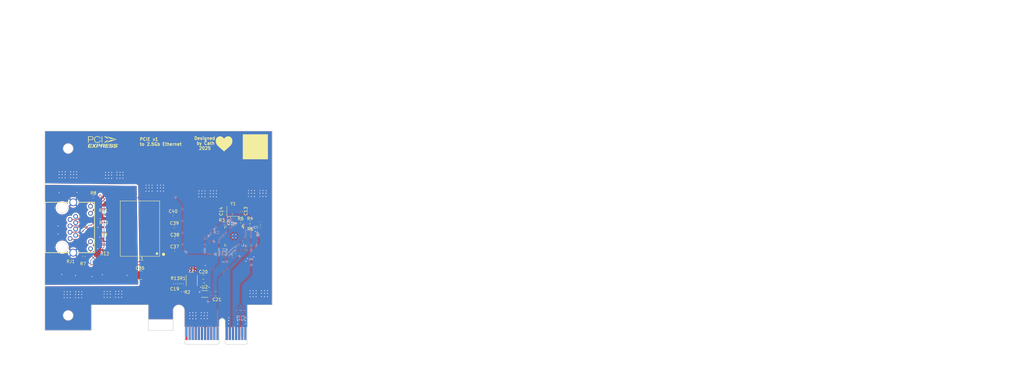
<source format=kicad_pcb>
(kicad_pcb (version 20241229) (generator "pcbnew") (generator_version "9.0")
  (title_block (title "PCIexpress_x16_full") (company "Author: Luca Anastasio"))
  (layers (0 "F.Cu" power) (4 "In1.Cu" power) (6 "In2.Cu" power) (2 "B.Cu" power) (13 "F.Paste" user) (15 "B.Paste" user) (5 "F.SilkS" user "F.Silkscreen") (7 "B.SilkS" user "B.Silkscreen") (1 "F.Mask" user) (3 "B.Mask" user) (25 "Edge.Cuts" user))
  (net 0 "")
  (net 1 "GND")
  (net 4 "+3.3VA")
  (net 5 "PER0+")
  (net 6 "/Connectors/PCIexpress_connector/_PER0_P")
  (net 7 "PER0-")
  (net 8 "/Connectors/PCIexpress_connector/_PER0_N")
  (net 9 "+0.95V")
  (net 10 "Net-(U1-CKXTAL2)")
  (net 11 "Net-(U1-CKXTAL1)")
  (net 12 "Net-(U2-FB)")
  (net 13 "ETH_GND")
  (net 14 "Net-(L1-TCT1)")
  (net 15 "Net-(L1-TCT2)")
  (net 16 "Net-(L1-TCT3)")
  (net 17 "Net-(L1-TCT4)")
  (net 18 "/Connectors/~{TRST}")
  (net 19 "PERST")
  (net 20 "PET0+")
  (net 21 "/Connectors/TDO")
  (net 22 "/Connectors/SMCLK")
  (net 23 "REFCLK+")
  (net 24 "/Connectors/TCK")
  (net 25 "PET0-")
  (net 26 "/Connectors/TMS")
  (net 27 "/Connectors/~{PRSNT1}")
  (net 28 "CLK_REQ")
  (net 29 "REFCLK-")
  (net 30 "/Connectors/~{PRSNT2x1}")
  (net 31 "/Connectors/TDI")
  (net 32 "/Connectors/SMDAT")
  (net 33 "WAKE")
  (net 34 "MDIP2")
  (net 35 "MD4-")
  (net 36 "Net-(L1-MCT1)")
  (net 37 "MDIN0")
  (net 38 "MD2-")
  (net 39 "MD3-")
  (net 40 "MD4+")
  (net 41 "Net-(L1-MCT3)")
  (net 42 "MDIP1")
  (net 43 "Net-(L1-MCT2)")
  (net 44 "MDIN1")
  (net 45 "MDIP0")
  (net 46 "MDIN3")
  (net 47 "MD2+")
  (net 48 "Net-(L1-MCT4)")
  (net 49 "MDIP3")
  (net 50 "MD1+")
  (net 51 "MDIN2")
  (net 52 "MD1-")
  (net 53 "MD3+")
  (net 54 "Net-(U2-SW)")
  (net 55 "Net-(U1-RSET)")
  (net 56 "Net-(U1-ISOLATEB)")
  (net 57 "Net-(U1-GPI)")
  (net 58 "Net-(RJ1-R+)")
  (net 59 "Net-(RJ1-L+)")
  (net 60 "LED0")
  (net 61 "LED1")
  (net 70 "REG_EN")
  (footprint "PCIexpress:PCIexpress_bracket_low" (layer "F.Cu") (at 109.625 194.125)
    (property "Reference" "J1" (hide yes))
    (property "Value" "PCIexpress_bracket")
  )
  (footprint "PCIexpress:PCIexpress_x1" (layer "F.Cu") (at 109.625 194.125)
    (property "Reference" "J2" (hide yes))
    (property "Value" "PCIexpress_x1")
  )
  (footprint "Capacitor_SMD:C_0402_1005Metric" (layer "F.Cu") (at 106.36417 159.906719)
    (property "Reference" "C38")
    (property "Value" "100nF")
  )
  (footprint "Resistor_SMD:R_0402_1005Metric" (layer "F.Cu") (at 83.540154 152.212427 180)
    (property "Reference" "R11")
    (property "Value" "75R")
  )
  (footprint "Capacitor_SMD:C_0402_1005Metric" (layer "F.Cu") (at 125.86443 164.49668 180)
    (property "Reference" "C17" (hide yes))
    (property "Value" "100nF")
  )
  (footprint "Resistor_SMD:R_0402_1005Metric" (layer "F.Cu") (at 108.795825 177.130584 -90)
    (property "Reference" "R2")
    (property "Value" "280k")
  )
  (footprint "Capacitor_SMD:C_0402_1005Metric" (layer "F.Cu") (at 122.450869 151.159842 90)
    (property "Reference" "C14")
    (property "Value" "18pF")
  )
  (footprint "Resistor_SMD:R_0402_1005Metric" (layer "F.Cu") (at 122.352773 155.18787)
    (property "Reference" "R3")
    (property "Value" "2.49k")
  )
  (footprint "Capacitor_SMD:C_0402_1005Metric" (layer "F.Cu") (at 133.996871 155.003453 180)
    (property "Reference" "C9" (hide yes))
    (property "Value" "100nF")
  )
  (footprint "LOGO" (layer "F.Cu") (at 122.244659 129.385225)
    (property "Reference" "G***" (hide yes))
    (property "Value" "LOGO" (hide yes))
  )
  (footprint "Capacitor_SMD:C_0402_1005Metric" (layer "F.Cu") (at 105.813315 152.312929)
    (property "Reference" "C40")
    (property "Value" "100nF")
  )
  (footprint "Capacitor_SMD:C_0402_1005Metric" (layer "F.Cu") (at 134.014169 156.176864 180)
    (property "Reference" "C18" (hide yes))
    (property "Value" "100nF")
  )
  (footprint "Resistor_SMD:R_0402_1005Metric" (layer "F.Cu") (at 83.66454 156.287295 180)
    (property "Reference" "R10")
    (property "Value" "75R")
  )
  (footprint "Capacitor_SMD:C_0402_1005Metric" (layer "F.Cu") (at 124.922835 165.690612 180)
    (property "Reference" "C16" (hide yes))
    (property "Value" "100nF")
  )
  (footprint "Capacitor_SMD:C_0402_1005Metric" (layer "F.Cu") (at 106.328739 174.506717 -90)
    (property "Reference" "C19")
    (property "Value" "22pF")
  )
  (footprint "Resistor_SMD:R_0402_1005Metric" (layer "F.Cu") (at 83.824595 159.908776 180)
    (property "Reference" "R9")
    (property "Value" "75R")
  )
  (footprint "Resistor_SMD:R_0402_1005Metric" (layer "F.Cu") (at 80.09802 146.464181)
    (property "Reference" "R8")
    (property "Value" "220R")
  )
  (footprint "Resistor_SMD:R_0402_1005Metric" (layer "F.Cu") (at 107.616605 174.512811 -90)
    (property "Reference" "R13")
    (property "Value" "1.8M")
  )
  (footprint "easyeda2kicad:WSON-6_L2.0-W2.0-P0.65-TL-EP" (layer "F.Cu") (at 116.0007 177.839668)
    (property "Reference" "U2")
    (property "Value" "TPS62590DRVT")
  )
  (footprint "Resistor_SMD:R_0402_1005Metric" (layer "F.Cu") (at 83.780237 163.690084 180)
    (property "Reference" "R12")
    (property "Value" "75R")
  )
  (footprint "Capacitor_SMD:C_0402_1005Metric" (layer "F.Cu") (at 106.222337 156.127702)
    (property "Reference" "C39")
    (property "Value" "100nF")
  )
  (footprint "Capacitor_SMD:C_1210_3225Metric" (layer "F.Cu") (at 95.152207 171.793901)
    (property "Reference" "C36")
    (property "Value" "1nF 2kV")
  )
  (footprint "easyeda2kicad:RJ45-TH_R-RJ45R08P-C000" (layer "F.Cu") (at 75.884855 156.372793 -90)
    (property "Reference" "RJ1")
    (property "Value" "R-RJ45R08P-C000")
  )
  (footprint "easyeda2kicad:TQFN-48_L6.0-W6.0-P0.40-BL-EP4.5" (layer "F.Cu") (at 125.52089 159.177319 180)
    (property "Reference" "U1")
    (property "Value" "RTL8125BG-CG")
  )
  (footprint "Resistor_SMD:R_0402_1005Metric" (layer "F.Cu") (at 127.586535 154.561791 180)
    (property "Reference" "R6")
    (property "Value" "15K")
  )
  (footprint "Resistor_SMD:R_0402_1005Metric" (layer "F.Cu") (at 130.578499 155.68258 180)
    (property "Reference" "R5")
    (property "Value" "1K")
  )
  (footprint "Capacitor_SMD:C_0402_1005Metric" (layer "F.Cu") (at 127.872445 151.226098 90)
    (property "Reference" "C13")
    (property "Value" "18pF")
  )
  (footprint "Resistor_SMD:R_0402_1005Metric" (layer "F.Cu") (at 108.76391 174.533694 -90)
    (property "Reference" "R1")
    (property "Value" "180k")
  )
  (footprint "LOGO" (layer "F.Cu") (at 83.307762 128.755459)
    (property "Reference" "G***" (hide yes))
    (property "Value" "LOGO" (hide yes))
  )
  (footprint "Capacitor_SMD:C_0402_1005Metric" (layer "F.Cu") (at 117.438697 164.936862 90)
    (property "Reference" "C12" (hide yes))
    (property "Value" "100nF")
  )
  (footprint "Capacitor_SMD:C_0402_1005Metric" (layer "F.Cu") (at 129.275646 163.689686 90)
    (property "Reference" "C15" (hide yes))
    (property "Value" "100nF")
  )
  (footprint "easyeda2kicad:IND-SMD_L3.5-W3.0" (layer "F.Cu") (at 111.807215 173.500108 90)
    (property "Reference" "L2")
    (property "Value" "2.2uH")
  )
  (footprint "Crystal:Crystal_SMD_3225-4Pin_3.2x2.5mm" (layer "F.Cu") (at 125.164601 151.124748)
    (property "Reference" "Y1")
    (property "Value" "25Mhz")
  )
  (footprint "Capacitor_SMD:C_0805_2012Metric" (layer "F.Cu") (at 119.559261 177.798444)
    (property "Reference" "C21")
    (property "Value" "10uF")
  )
  (footprint "Resistor_SMD:R_0402_1005Metric" (layer "F.Cu") (at 130.601626 154.644385 180)
    (property "Reference" "R4")
    (property "Value" "15K")
  )
  (footprint "easyeda2kicad:XFMR-SMD_HY602401" (layer "F.Cu") (at 95.104546 156.787445 90)
    (property "Reference" "L1")
    (property "Value" "HY602401")
  )
  (footprint "Capacitor_SMD:C_0402_1005Metric" (layer "F.Cu") (at 106.293315 163.726306)
    (property "Reference" "C37")
    (property "Value" "100nF")
  )
  (footprint "Capacitor_SMD:C_0805_2012Metric" (layer "F.Cu") (at 115.54843 172.380566)
    (property "Reference" "C20")
    (property "Value" "10uF")
  )
  (footprint "Resistor_SMD:R_0402_1005Metric" (layer "F.Cu") (at 77.083979 165.722808 90)
    (property "Reference" "R7")
    (property "Value" "220R")
  )
  (footprint "Capacitor_SMD:C_0603_1608Metric" (layer "B.Cu") (at 126.875 183.125 -90)
    (property "Reference" "C1")
    (property "Value" "100n")
  )
  (footprint "Capacitor_SMD:C_0603_1608Metric" (layer "B.Cu") (at 128.375 183.125 90)
    (property "Reference" "C2")
    (property "Value" "100n")
  )
  (footprint "Capacitor_SMD:C_0402_1005Metric" (layer "B.Cu") (at 121.743568 163.56022)
    (property "Reference" "C11")
    (property "Value" "100nF")
  )
  (footprint "Capacitor_SMD:C_0402_1005Metric" (layer "B.Cu") (at 133.144089 156.381543 180)
    (property "Reference" "C10" (hide yes))
    (property "Value" "100nF")
  )
  (footprint "Capacitor_SMD:C_0402_1005Metric" (layer "B.Cu") (at 117.955634 157.746103)
    (property "Reference" "C5" (hide yes))
    (property "Value" "100nF")
  )
  (footprint "Capacitor_SMD:C_0402_1005Metric" (layer "B.Cu") (at 115.959136 159.777319)
    (property "Reference" "C4" (hide yes))
    (property "Value" "100nF")
  )
  (footprint "Capacitor_SMD:C_0402_1005Metric" (layer "B.Cu") (at 120.529981 157.991089 180)
    (property "Reference" "C6" (hide yes))
    (property "Value" "100nF")
  )
  (footprint "Capacitor_SMD:C_0402_1005Metric" (layer "B.Cu") (at 125.055221 153.573837 -90)
    (property "Reference" "C8")
    (property "Value" "100nF")
  )
  (footprint "Capacitor_SMD:C_0402_1005Metric" (layer "B.Cu") (at 123.409679 155.569057 90)
    (property "Reference" "C7" (hide yes))
    (property "Value" "100nF")
  )
  (footprint "Capacitor_SMD:C_0402_1005Metric" (layer "B.Cu") (at 117.639998 160.92221)
    (property "Reference" "C3" (hide yes))
    (property "Value" "100nF")
  )
  (gr_rect (start 128.340978 126.315717) (end 136.340978 134.315717) (stroke (width 0.1)) (fill yes) (layer "F.SilkS"))
  (gr_line (start 79.475 181.375) (end 97.825 181.375) (stroke (width 0.15)) (layer "Edge.Cuts"))
  (gr_circle (center 71.975 130.875) (end 73.575 130.875) (stroke (width 0.15)) (fill no) (layer "Edge.Cuts"))
  (gr_line (start 120.175 194.125) (end 120.675 193.625) (stroke (width 0.15)) (layer "Edge.Cuts"))
  (gr_line (start 129.775 193.625) (end 129.275 194.125) (stroke (width 0.15)) (layer "Edge.Cuts"))
  (gr_line (start 122.575 186.675) (end 122.575 193.625) (stroke (width 0.15)) (layer "Edge.Cuts"))
  (gr_line (start 79.475 189.625) (end 79.475 181.375) (stroke (width 0.15)) (layer "Edge.Cuts"))
  (gr_line (start 97.825 189.625) (end 105.825 189.625) (stroke (width 0.15)) (layer "Edge.Cuts"))
  (gr_line (start 137.775 181.375) (end 129.775 181.375) (stroke (width 0.15)) (layer "Edge.Cuts"))
  (gr_line (start 64.475 125.225) (end 64.475 189.625) (stroke (width 0.15)) (layer "Edge.Cuts"))
  (gr_line (start 64.475 189.625) (end 79.475 189.625) (stroke (width 0.15)) (layer "Edge.Cuts"))
  (gr_line (start 122.575 193.625) (end 123.075 194.125) (stroke (width 0.15)) (layer "Edge.Cuts"))
  (gr_arc (start 105.825 183.2) (mid 107.65 181.375) (end 109.475 183.2) (stroke (width 0.15)) (layer "Edge.Cuts"))
  (gr_line (start 109.475 193.625) (end 109.975 194.125) (stroke (width 0.15)) (layer "Edge.Cuts"))
  (gr_line (start 109.475 183.2) (end 109.475 193.625) (stroke (width 0.15)) (layer "Edge.Cuts"))
  (gr_circle (center 71.975 184.775) (end 73.575 184.775) (stroke (width 0.15)) (fill no) (layer "Edge.Cuts"))
  (gr_line (start 137.775 181.375) (end 137.775 125.225) (stroke (width 0.15)) (layer "Edge.Cuts"))
  (gr_line (start 105.825 189.625) (end 105.825 183.2) (stroke (width 0.15)) (layer "Edge.Cuts"))
  (gr_line (start 129.775 181.375) (end 129.775 193.625) (stroke (width 0.15)) (layer "Edge.Cuts"))
  (gr_arc (start 120.675 186.675) (mid 121.625 185.725) (end 122.575 186.675) (stroke (width 0.15)) (layer "Edge.Cuts"))
  (gr_line (start 109.975 194.125) (end 120.175 194.125) (stroke (width 0.15)) (layer "Edge.Cuts"))
  (gr_line (start 129.275 194.125) (end 123.075 194.125) (stroke (width 0.15)) (layer "Edge.Cuts"))
  (gr_line (start 97.825 181.375) (end 97.825 189.625) (stroke (width 0.15)) (layer "Edge.Cuts"))
  (gr_line (start 120.675 193.625) (end 120.675 186.675) (stroke (width 0.15)) (layer "Edge.Cuts"))
  (gr_line (start 137.775 125.225) (end 64.475 125.225) (stroke (width 0.15)) (layer "Edge.Cuts"))
  (gr_text "Designed \n by Cath\n  2025\n\n\n" (at 112.494659 134.585225 -0) (layer "F.SilkS") (effects (font (size 1 1) (thickness 0.2) (bold yes)) (justify left bottom)))
  (gr_text "PCIE x1 \nto 2.5Gb Ethernet" (at 94.947571 130.058423 0) (layer "F.SilkS") (effects (font (size 1 1) (thickness 0.2) (bold yes)) (justify left bottom)))
  (segment (start 126.264601 151.974748) (end 127.603795 151.974748) (width 0.2) (layer "F.Cu") (net 1))
  (segment (start 124.064601 150.274748) (end 122.855963 150.274748) (width 0.2) (layer "F.Cu") (net 1))
  (segment (start 126.52089 160.177319) (end 125.52089 159.177319) (width 0.2) (layer "F.Cu") (net 1))
  (segment (start 128.43089 160.177319) (end 126.52089 160.177319) (width 0.2) (layer "F.Cu") (net 1))
  (segment (start 127.603795 151.974748) (end 127.872445 151.706098) (width 0.2) (layer "F.Cu") (net 1))
  (segment (start 122.855963 150.274748) (end 122.450869 150.679842) (width 0.2) (layer "F.Cu") (net 1))
  (via (at 123.777014 185.521201) (size 0.55) (drill 0.3) (layers "F.Cu" "B.Cu") (net 1))
  (via (at 129.125 185.5) (size 0.55) (drill 0.3) (layers "F.Cu" "B.Cu") (net 1))
  (via (at 126.625 185.5) (size 0.55) (drill 0.3) (layers "F.Cu" "B.Cu") (net 1))
  (via (at 98.080569 142.722964) (size 0.55) (drill 0.3) (layers "F.Cu" "B.Cu") (net 1))
  (via (at 99.01905 144.645028) (size 0.55) (drill 0.3) (layers "F.Cu" "B.Cu") (net 1))
  (via (at 134.761275 145.313022) (size 0.55) (drill 0.3) (layers "F.Cu" "B.Cu") (net 1))
  (via (at 85.956839 140.508118) (size 0.55) (drill 0.3) (layers "F.Cu" "B.Cu") (net 1))
  (via (at 73.717428 140.293371) (size 0.55) (drill 0.3) (layers "F.Cu" "B.Cu") (net 1))
  (via (at 132.570364 177.678397) (size 0.55) (drill 0.3) (layers "F.Cu" "B.Cu") (net 1))
  (via (at 98.039415 144.645028) (size 0.55) (drill 0.3) (layers "F.Cu" "B.Cu") (net 1))
  (via (at 131.110698 144.449391) (size 0.55) (drill 0.3) (layers "F.Cu" "B.Cu") (net 1))
  (via (at 111.175353 184.80507) (size 0.55) (drill 0.3) (layers "F.Cu" "B.Cu") (net 1))
  (via (at 72.634036 179.043268) (size 0.55) (drill 0.3) (layers "F.Cu" "B.Cu") (net 1))
  (via (at 131.069544 145.332325) (size 0.55) (drill 0.3) (layers "F.Cu" "B.Cu") (net 1))
  (via (at 75.346132 179.023965) (size 0.55) (drill 0.3) (layers "F.Cu" "B.Cu") (net 1))
  (via (at 71.654401 179.043268) (size 0.55) (drill 0.3) (layers "F.Cu" "B.Cu") (net 1))
  (via (at 117.828914 144.52781) (size 0.55) (drill 0.3) (layers "F.Cu" "B.Cu") (net 1))
  (via (at 83.997568 140.508118) (size 0.55) (drill 0.3) (layers "F.Cu" "B.Cu") (net 1))
  (via (at 119.788185 144.52781) (size 0.55) (drill 0.3) (layers "F.Cu" "B.Cu") (net 1))
  (via (at 118.767396 145.410744) (size 0.55) (drill 0.3) (layers "F.Cu" "B.Cu") (net 1))
  (via (at 115.84672 185.824897) (size 0.55) (drill 0.3) (layers "F.Cu" "B.Cu") (net 1))
  (via (at 131.812456 165.844454) (size 0.7) (drill 0.3) (layers "F.Cu" "B.Cu") (net 1))
  (via (at 102.710781 143.586595) (size 0.55) (drill 0.3) (layers "F.Cu" "B.Cu") (net 1))
  (via (at 83.997568 139.468988) (size 0.55) (drill 0.3) (layers "F.Cu" "B.Cu") (net 1))
  (via (at 135.782064 144.430088) (size 0.55) (drill 0.3) (layers "F.Cu" "B.Cu") (net 1))
  (via (at 117.78776 146.449874) (size 0.55) (drill 0.3) (layers "F.Cu" "B.Cu") (net 1))
  (via (at 87.689299 139.449685) (size 0.55) (drill 0.3) (layers "F.Cu" "B.Cu") (net 1))
  (via (at 131.069544 146.371455) (size 0.55) (drill 0.3) (layers "F.Cu" "B.Cu") (net 1))
  (via (at 132.049179 146.371455) (size 0.55) (drill 0.3) (layers "F.Cu" "B.Cu") (net 1))
  (via (at 131.590729 177.678397) (size 0.55) (drill 0.3) (layers "F.Cu" "B.Cu") (net 1))
  (via (at 115.861786 174.26002) (size 0.7) (drill 0.3) (layers "F.Cu" "B.Cu") (net 1))
  (via (at 76.325767 179.023965) (size 0.55) (drill 0.3) (layers "F.Cu" "B.Cu") (net 1))
  (via (at 134.343978 176.77616) (size 0.55) (drill 0.3) (layers "F.Cu" "B.Cu") (net 1))
  (via (at 70.025697 139.273544) (size 0.55) (drill 0.3) (layers "F.Cu" "B.Cu") (net 1))
  (via (at 72.737792 140.293371) (size 0.55) (drill 0.3) (layers "F.Cu" "B.Cu") (net 1))
  (via (at 134.302824 177.659094) (size 0.55) (drill 0.3) (layers "F.Cu" "B.Cu") (net 1))
  (via (at 71.046486 138.39061) (size 0.55) (drill 0.3) (layers "F.Cu" "B.Cu") (net 1))
  (via (at 131.590729 178.717527) (size 0.55) (drill 0.3) (layers "F.Cu" "B.Cu") (net 1))
  (via (at 133.781639 146.352152) (size 0.55) (drill 0.3) (layers "F.Cu" "B.Cu") (net 1))
  (via (at 87.730453 138.566751) (size 0.55) (drill 0.3) (layers "F.Cu" "B.Cu") (net 1))
  (via (at 98.039415 143.605898) (size 0.55) (drill 0.3) (layers "F.Cu" "B.Cu") (net 1))
  (via (at 70.066851 138.39061) (size 0.55) (drill 0.3) (layers "F.Cu" "B.Cu") (net 1))
  (via (at 123.73586 187.443265) (size 0.55) (drill 0.3) (layers "F.Cu" "B.Cu") (net 1))
  (via (at 113.175778 183.922136) (size 0.55) (drill 0.3) (layers "F.Cu" "B.Cu") (net 1))
  (via (at 88.245472 177.887113) (size 0.55) (drill 0.3) (layers "F.Cu" "B.Cu") (net 1))
  (via (at 115.887874 183.902833) (size 0.55) (drill 0.3) (layers "F.Cu" "B.Cu") (net 1))
  (via (at 132.611518 176.795463) (size 0.55) (drill 0.3) (layers "F.Cu" "B.Cu") (net 1))
  (via (at 135.74091 146.352152) (size 0.55) (drill 0.3) (layers "F.Cu" "B.Cu") (net 1))
  (via (at 72.67519 177.121204) (size 0.55) (drill 0.3) (layers "F.Cu" "B.Cu") (net 1))
  (via (at 83.574105 178.945546) (size 0.55) (drill 0.3) (layers "F.Cu" "B.Cu") (net 1))
  (via (at 134.802429 144.430088) (size 0.55) (drill 0.3) (layers "F.Cu" "B.Cu") (net 1))
  (via (at 136.262095 178.698224) (size 0.55) (drill 0.3) (layers "F.Cu" "B.Cu") (net 1))
  (via (at 89.225107 177.887113) (size 0.55) (drill 0.3) (layers "F.Cu" "B.Cu") (net 1))
  (via (at 135.323614 176.77616) (size 0.55) (drill 0.3) (layers "F.Cu" "B.Cu") (net 1))
  (via (at 88.245472 178.926243) (size 0.55) (drill 0.3) (layers "F.Cu" "B.Cu") (net 1))
  (via (at 85.533376 177.906416) (size 0.55) (drill 0.3) (layers "F.Cu" "B.Cu") (net 1))
  (via (at 126.625 186.5) (size 0.55) (drill 0.3) (layers "F.Cu" "B.Cu") (net 1))
  (via (at 134.302824 178.698224) (size 0.55) (drill 0.3) (layers "F.Cu" "B.Cu") (net 1))
  (via (at 116.826355 185.824897) (size 0.55) (drill 0.3) (layers "F.Cu" "B.Cu") (net 1))
  (via (at 83.615259 177.023482) (size 0.55) (drill 0.3) (layers "F.Cu" "B.Cu") (net 1))
  (via (at 74.366496 179.023965) (size 0.55) (drill 0.3) (layers "F.Cu" "B.Cu") (net 1))
  (via (at 116.0553 146.469177) (size 0.55) (drill 0.3) (layers "F.Cu" "B.Cu") (net 1))
  (via (at 84.977204 140.508118) (size 0.55) (drill 0.3) (layers "F.Cu" "B.Cu") (net 1))
  (via (at 89.64857 140.488815) (size 0.55) (drill 0.3) (layers "F.Cu" "B.Cu") (net 1))
  (via (at 116.215633 168.632615) (size 0.7) (drill 0.3) (layers "F.Cu" "B.Cu") (net 1))
  (via (at 70.025697 140.312674) (size 0.55) (drill 0.3) (layers "F.Cu" "B.Cu") (net 1))
  (via (at 97.059779 143.605898) (size 0.55) (drill 0.3) (layers "F.Cu" "B.Cu") (net 1))
  (via (at 87.30699 177.004179) (size 0.55) (drill 0.3) (layers "F.Cu" "B.Cu") (net 1))
  (via (at 101.731146 144.625725) (size 0.55) (drill 0.3) (layers "F.Cu" "B.Cu") (net 1))
  (via (at 89.689724 138.566751) (size 0.55) (drill 0.3) (layers "F.Cu" "B.Cu") (net 1))
  (via (at 100.75151 143.586595) (size 0.55) (drill 0.3) (layers "F.Cu" "B.Cu") (net 1))
  (via (at 130.652247 176.795463) (size 0.55) (drill 0.3) (layers "F.Cu" "B.Cu") (net 1))
  (via (at 114.681624 175.694727) (size 0.7) (drill 0.3) (layers "F.Cu" "B.Cu") (net 1))
  (via (at 102.710781 144.625725) (size 0.55) (drill 0.3) (layers "F.Cu" "B.Cu") (net 1))
  (via (at 136.262095 177.659094) (size 0.55) (drill 0.3) (layers "F.Cu" "B.Cu") (net 1))
  (via (at 116.0553 145.430047) (size 0.55) (drill 0.3) (layers "F.Cu" "B.Cu") (net 1))
  (via (at 74.697063 139.254241) (size 0.55) (drill 0.3) (layers "F.Cu" "B.Cu") (net 1))
  (via (at 131.631883 176.795463) (size 0.55) (drill 0.3) (layers "F.Cu" "B.Cu") (net 1))
  (via (at 132.570364 178.717527) (size 0.55) (drill 0.3) (layers "F.Cu" "B.Cu") (net 1))
  (via (at 117.78776 145.410744) (size 0.55) (drill 0.3) (layers "F.Cu" "B.Cu") (net 1))
  (via (at 133.822793 144.430088) (size 0.55) (drill 0.3) (layers "F.Cu" "B.Cu") (net 1))
  (via (at 76.366921 177.101901) (size 0.55) (drill 0.3) (layers "F.Cu" "B.Cu") (net 1))
  (via (at 115.116819 144.547113) (size 0.55) (drill 0.3) (layers "F.Cu" "B.Cu") (net 1))
  (via (at 116.867509 183.902833) (size 0.55) (drill 0.3) (layers "F.Cu" "B.Cu") (net 1))
  (via (at 133.781639 145.313022) (size 0.55) (drill 0.3) (layers "F.Cu" "B.Cu") (net 1))
  (via (at 74.697063 140.293371) (size 0.55) (drill 0.3) (layers "F.Cu" "B.Cu") (net 1))
  (via (at 119.747031 146.449874) (size 0.55) (drill 0.3) (layers "F.Cu" "B.Cu") (net 1))
  (via (at 84.038722 138.586054) (size 0.55) (drill 0.3) (layers "F.Cu" "B.Cu") (net 1))
  (via (at 84.553741 177.906416) (size 0.55) (drill 0.3) (layers "F.Cu" "B.Cu") (net 1))
  (via (at 70.715919 177.121204) (size 0.55) (drill 0.3) (layers "F.Cu" "B.Cu") (net 1))
  (via (at 85.997993 138.586054) (size 0.55) (drill 0.3) (layers "F.Cu" "B.Cu") (net 1))
  (via (at 88.668935 140.488815) (size 0.55) (drill 0.3) (layers "F.Cu" "B.Cu") (net 1))
  (via (at 100.792664 142.703661) (size 0.55) (drill 0.3) (layers "F.Cu" "B.Cu") (net 1))
  (via (at 84.594895 177.023482) (size 0.55) (drill 0.3) (layers "F.Cu" "B.Cu") (net 1))
  (via (at 116.826355 184.785767) (size 0.55) (drill 0.3) (layers "F.Cu" "B.Cu") (net 1))
  (via (at 135.74091 145.313022) (size 0.55) (drill 0.3) (layers "F.Cu" "B.Cu") (net 1))
  (via (at 129.125 186.5) (size 0.55) (drill 0.3) (layers "F.Cu" "B.Cu") (net 1))
  (via (at 135.28246 177.659094) (size 0.55) (drill 0.3) (layers "F.Cu" "B.Cu") (net 1))
  (via (at 130.131062 144.449391) (size 0.55) (drill 0.3) (layers "F.Cu" "B.Cu") (net 1))
  (via (at 114.867084 184.785767) (size 0.55) (drill 0.3) (layers "F.Cu" "B.Cu") (net 1))
  (via (at 132.049179 145.332325) (size 0.55) (drill 0.3) (layers "F.Cu" "B.Cu") (net 1))
  (via (at 114.908238 183.902833) (size 0.55) (drill 0.3) (layers "F.Cu" "B.Cu") (net 1))
  (via (at 69.046061 140.312674) (size 0.55) (drill 0.3) (layers "F.Cu" "B.Cu") (net 1))
  (via (at 97.059779 144.645028) (size 0.55) (drill 0.3) (layers "F.Cu" "B.Cu") (net 1))
  (via (at 89.225107 178.926243) (size 0.55) (drill 0.3) (layers "F.Cu" "B.Cu") (net 1))
  (via (at 72.778946 138.371307) (size 0.55) (drill 0.3) (layers "F.Cu" "B.Cu") (net 1))
  (via (at 70.674765 178.004138) (size 0.55) (drill 0.3) (layers "F.Cu" "B.Cu") (net 1))
  (via (at 118.767396 146.449874) (size 0.55) (drill 0.3) (layers "F.Cu" "B.Cu") (net 1))
  (via (at 126.625 187.5) (size 0.55) (drill 0.3) (layers "F.Cu" "B.Cu") (net 1))
  (via (at 73.717428 139.254241) (size 0.55) (drill 0.3) (layers "F.Cu" "B.Cu") (net 1))
  (via (at 111.175353 185.8442) (size 0.55) (drill 0.3) (layers "F.Cu" "B.Cu") (net 1))
  (via (at 115.075665 145.430047) (size 0.55) (drill 0.3) (layers "F.Cu" "B.Cu") (net 1))
  (via (at 111.216507 183.922136) (size 0.55) (drill 0.3) (layers "F.Cu" "B.Cu") (net 1))
  (via (at 88.668935 139.449685) (size 0.55) (drill 0.3) (layers "F.Cu" "B.Cu") (net 1))
  (via (at 112.154989 185.8442) (size 0.55) (drill 0.3) (layers "F.Cu" "B.Cu") (net 1))
  (via (at 76.325767 177.984835) (size 0.55) (drill 0.3) (layers "F.Cu" "B.Cu") (net 1))
  (via (at 85.956839 139.468988) (size 0.55) (drill 0.3) (layers "F.Cu" "B.Cu") (net 1))
  (via (at 69.087215 138.39061) (size 0.55) (drill 0.3) (layers "F.Cu" "B.Cu") (net 1))
  (via (at 72.634036 178.004138) (size 0.55) (drill 0.3) (layers "F.Cu" "B.Cu") (net 1))
  (via (at 87.265836 178.926243) (size 0.55) (drill 0.3) (layers "F.Cu" "B.Cu") (net 1))
  (via (at 74.40765 177.101901) (size 0.55) (drill 0.3) (layers "F.Cu" "B.Cu") (net 1))
  (via (at 119.747031 145.410744) (size 0.55) (drill 0.3) (layers "F.Cu" "B.Cu") (net 1))
  (via (at 101.7723 142.703661) (size 0.55) (drill 0.3) (layers "F.Cu" "B.Cu") (net 1))
  (via (at 99.060204 142.722964) (size 0.55) (drill 0.3) (layers "F.Cu" "B.Cu") (net 1))
  (via (at 130.089908 145.332325) (size 0.55) (drill 0.3) (layers "F.Cu" "B.Cu") (net 1))
  (via (at 115.075665 146.469177) (size 0.55) (drill 0.3) (layers "F.Cu" "B.Cu") (net 1))
  (via (at 130.611093 178.717527) (size 0.55) (drill 0.3) (layers "F.Cu" "B.Cu") (net 1))
  (via (at 114.867084 185.824897) (size 0.55) (drill 0.3) (layers "F.Cu" "B.Cu") (net 1))
  (via (at 112.154989 184.80507) (size 0.55) (drill 0.3) (layers "F.Cu" "B.Cu") (net 1))
  (via (at 70.674765 179.043268) (size 0.55) (drill 0.3) (layers "F.Cu" "B.Cu") (net 1))
  (via (at 74.738217 138.371307) (size 0.55) (drill 0.3) (layers "F.Cu" "B.Cu") (net 1))
  (via (at 71.654401 178.004138) (size 0.55) (drill 0.3) (layers "F.Cu" "B.Cu") (net 1))
  (via (at 89.64857 139.449685) (size 0.55) (drill 0.3) (layers "F.Cu" "B.Cu") (net 1))
  (via (at 75.387286 177.101901) (size 0.55) (drill 0.3) (layers "F.Cu" "B.Cu") (net 1))
  (via (at 114.096029 146.469177) (size 0.55) (drill 0.3) (layers "F.Cu" "B.Cu") (net 1))
  (via (at 135.28246 178.698224) (size 0.55) (drill 0.3) (layers "F.Cu" "B.Cu") (net 1))
  (via (at 71.005332 139.273544) (size 0.55) (drill 0.3) (layers "F.Cu" "B.Cu") (net 1))
  (via (at 88.710089 138.566751) (size 0.55) (drill 0.3) (layers "F.Cu" "B.Cu") (net 1))
  (via (at 118.80855 144.52781) (size 0.55) (drill 0.3) (layers "F.Cu" "B.Cu") (net 1))
  (via (at 129.78124 166.376684) (size 0.7) (drill 0.3) (layers "F.Cu" "B.Cu") (net 1))
  (via (at 132.090333 144.449391) (size 0.55) (drill 0.3) (layers "F.Cu" "B.Cu") (net 1))
  (via (at 85.018358 138.586054) (size 0.55) (drill 0.3) (layers "F.Cu" "B.Cu") (net 1))
  (via (at 84.553741 178.945546) (size 0.55) (drill 0.3) (layers "F.Cu" "B.Cu") (net 1))
  (via (at 71.005332 140.312674) (size 0.55) (drill 0.3) (layers "F.Cu" "B.Cu") (net 1))
  (via (at 87.265836 177.887113) (size 0.55) (drill 0.3) (layers "F.Cu" "B.Cu") (net 1))
  (via (at 115.84672 184.785767) (size 0.55) (drill 0.3) (layers "F.Cu" "B.Cu") (net 1))
  (via (at 117.427622 175.625305) (size 0.7) (drill 0.3) (layers "F.Cu" "B.Cu") (net 1))
  (via (at 129.287952 167.253019) (size 0.7) (drill 0.3) (layers "F.Cu" "B.Cu") (net 1))
  (via (at 75.346132 177.984835) (size 0.55) (drill 0.3) (layers "F.Cu" "B.Cu") (net 1))
  (via (at 102.751935 142.703661) (size 0.55) (drill 0.3) (layers "F.Cu" "B.Cu") (net 1))
  (via (at 85.57453 177.023482) (size 0.55) (drill 0.3) (layers "F.Cu" "B.Cu") (net 1))
  (via (at 89.266261 177.004179) (size 0.55) (drill 0.3) (layers "F.Cu" "B.Cu") (net 1))
  (via (at 87.689299 140.488815) (size 0.55) (drill 0.3) (layers "F.Cu" "B.Cu") (net 1))
  (via (at 72.737792 139.254241) (size 0.55) (drill 0.3) (layers "F.Cu" "B.Cu") (net 1))
  (via (at 130.611093 177.678397) (size 0.55) (drill 0.3) (layers "F.Cu" "B.Cu") (net 1))
  (via (at 134.761275 146.352152) (size 0.55) (drill 0.3) (layers "F.Cu" "B.Cu") (net 1))
  (via (at 71.695555 177.121204) (size 0.55) (drill 0.3) (layers "F.Cu" "B.Cu") (net 1))
  (via (at 69.046061 139.273544) (size 0.55) (drill 0.3) (layers "F.Cu" "B.Cu") (net 1))
  (via (at 84.977204 139.468988) (size 0.55) (drill 0.3) (layers "F.Cu" "B.Cu") (net 1))
  (via (at 129.125 187.5) (size 0.55) (drill 0.3) (layers "F.Cu" "B.Cu") (net 1))
  (via (at 112.196143 183.922136) (size 0.55) (drill 0.3) (layers "F.Cu" "B.Cu") (net 1))
  (via (at 83.574105 177.906416) (size 0.55) (drill 0.3) (layers "F.Cu" "B.Cu") (net 1))
  (via (at 114.137183 144.547113) (size 0.55) (drill 0.3) (layers "F.Cu" "B.Cu") (net 1))
  (via (at 113.134624 184.80507) (size 0.55) (drill 0.3) (layers "F.Cu" "B.Cu") (net 1))
  (via (at 73.758582 138.371307) (size 0.55) (drill 0.3) (layers "F.Cu" "B.Cu") (net 1))
  (via (at 88.286626 177.004179) (size 0.55) (drill 0.3) (layers "F.Cu" "B.Cu") (net 1))
  (via (at 100.75151 144.625725) (size 0.55) (drill 0.3) (layers "F.Cu" "B.Cu") (net 1))
  (via (at 97.100933 142.722964) (size 0.55) (drill 0.3) (layers "F.Cu" "B.Cu") (net 1))
  (via (at 116.096454 144.547113) (size 0.55) (drill 0.3) (layers "F.Cu" "B.Cu") (net 1))
  (via (at 130.089908 146.371455) (size 0.55) (drill 0.3) (layers "F.Cu" "B.Cu") (net 1))
  (via (at 132.272693 157.614173) (size 0.7) (drill 0.3) (layers "F.Cu" "B.Cu") (net 1))
  (via (at 101.731146 143.586595) (size 0.55) (drill 0.3) (layers "F.Cu" "B.Cu") (net 1))
  (via (at 123.73586 186.404135) (size 0.55) (drill 0.3) (layers "F.Cu" "B.Cu") (net 1))
  (via (at 114.096029 145.430047) (size 0.55) (drill 0.3) (layers "F.Cu" "B.Cu") (net 1))
  (via (at 85.533376 178.945546) (size 0.55) (drill 0.3) (layers "F.Cu" "B.Cu") (net 1))
  (via (at 99.01905 143.605898) (size 0.55) (drill 0.3) (layers "F.Cu" "B.Cu") (net 1))
  (via (at 74.366496 177.984835) (size 0.55) (drill 0.3) (layers "F.Cu" "B.Cu") (net 1))
  (via (at 113.134624 185.8442) (size 0.55) (drill 0.3) (layers "F.Cu" "B.Cu") (net 1))
  (via (at 136.303249 176.77616) (size 0.55) (drill 0.3) (layers "F.Cu" "B.Cu") (net 1))
  (segment (start 124.442835 165.690612) (end 118.600604 165.690612) (width 0.3) (layer "F.Cu") (net 4))
  (segment (start 125.38818 164.49668) (end 126.52089 163.36397) (width 0.2) (layer "F.Cu") (net 4))
  (segment (start 133.134434 155.003453) (end 132.501963 155.635924) (width 0.2) (layer "F.Cu") (net 4))
  (segment (start 132.013443 157.02435) (end 132.106004 156.931789) (width 0.2) (layer "F.Cu") (net 4))
  (segment (start 129.289809 153.368517) (end 131.084877 153.368517) (width 0.2) (layer "F.Cu") (net 4))
  (segment (start 132.779244 156.931789) (end 132.645948 156.931789) (width 0.2) (layer "F.Cu") (net 4))
  (segment (start 116.02988 164.31569) (end 115.975886 164.261696) (width 0.2) (layer "F.Cu") (net 4))
  (segment (start 133.534169 156.176864) (end 132.779244 156.931789) (width 0.2) (layer "F.Cu") (net 4))
  (segment (start 118.600604 165.690612) (end 118.577721 165.667729) (width 0.3) (layer "F.Cu") (net 4))
  (segment (start 118.228292 177.839668) (end 118.626109 177.441851) (width 0.2) (layer "F.Cu") (net 4))
  (segment (start 126.52089 163.36397) (end 126.92089 162.96397) (width 0.2) (layer "F.Cu") (net 4))
  (segment (start 119.892617 157.777319) (end 122.61089 157.777319) (width 0.2) (layer "F.Cu") (net 4))
  (segment (start 128.096535 154.561791) (end 129.289809 153.368517) (width 0.2) (layer "F.Cu") (net 4))
  (segment (start 115.975886 164.261696) (end 110.771994 164.261696) (width 0.2) (layer "F.Cu") (net 4))
  (segment (start 131.135155 155.635924) (end 131.088499 155.68258) (width 0.2) (layer "F.Cu") (net 4))
  (segment (start 118.151459 164.456862) (end 117.438697 164.456862) (width 0.5) (layer "F.Cu") (net 4))
  (segment (start 133.516871 155.003453) (end 133.516871 156.159566) (width 0.2) (layer "F.Cu") (net 4))
  (segment (start 124.92089 162.087319) (end 124.92089 162.840735) (width 0.2) (layer "F.Cu") (net 4))
  (segment (start 128.43089 158.977319) (end 132.217568 158.977319) (width 0.2) (layer "F.Cu") (net 4))
  (segment (start 106.641433 168.392257) (end 79.243428 168.392257) (width 0.2) (layer "F.Cu") (net 4))
  (segment (start 119.125 180.935957) (end 119.125 190.625) (width 0.5) (layer "F.Cu") (net 4))
  (segment (start 118.577721 165.667729) (end 118.577721 164.883124) (width 0.5) (layer "F.Cu") (net 4))
  (segment (start 123.452995 164.30863) (end 117.586929 164.30863) (width 0.2) (layer "F.Cu") (net 4))
  (segment (start 133.783683 158.069524) (end 132.645948 156.931789) (width 0.2) (layer "F.Cu") (net 4))
  (segment (start 117.438697 164.456862) (end 117.320665 164.33883) (width 0.3) (layer "F.Cu") (net 4))
  (segment (start 133.534169 156.176864) (end 133.534169 155.003453) (width 0.2) (layer "F.Cu") (net 4))
  (segment (start 118.609261 177.798444) (end 118.577721 177.766904) (width 0.5) (layer "F.Cu") (net 4))
  (segment (start 126.92089 162.96397) (end 126.92089 162.087319) (width 0.2) (layer "F.Cu") (net 4))
  (segment (start 117.239562 159.065851) (end 117.55103 159.377319) (width 0.2) (layer "F.Cu") (net 4))
  (segment (start 118.577721 166.046797) (end 118.577721 165.795292) (width 0.2) (layer "F.Cu") (net 4))
  (segment (start 124.92089 162.840735) (end 123.452995 164.30863) (width 0.2) (layer "F.Cu") (net 4))
  (segment (start 128.43089 157.777319) (end 131.260474 157.777319) (width 0.2) (layer "F.Cu") (net 4))
  (segment (start 80.60802 146.464181) (end 81.736635 146.464181) (width 0.2) (layer "F.Cu") (net 4))
  (segment (start 118.577721 166.046797) (end 118.577721 165.667729) (width 0.5) (layer "F.Cu") (net 4))
  (segment (start 125.38443 164.49668) (end 125.484783 164.49668) (width 0.3) (layer "F.Cu") (net 4))
  (segment (start 133.251453 159.433882) (end 133.783683 158.901652) (width 0.2) (layer "F.Cu") (net 4))
  (segment (start 131.084877 153.368517) (end 131.881935 153.368517) (width 0.2) (layer "F.Cu") (net 4))
  (segment (start 117.0307 177.839668) (end 118.228292 177.839668) (width 0.3) (layer "F.Cu") (net 4))
  (segment (start 116.05302 164.33883) (end 116.02988 164.31569) (width 0.3) (layer "F.Cu") (net 4))
  (segment (start 118.626109 177.441851) (end 118.626109 180.409866) (width 0.5) (layer "F.Cu") (net 4))
  (segment (start 132.217568 158.977319) (end 132.674131 159.433882) (width 0.2) (layer "F.Cu") (net 4))
  (segment (start 125.38443 164.749017) (end 124.442835 165.690612) (width 0.3) (layer "F.Cu") (net 4))
  (segment (start 125.38443 164.49668) (end 125.38818 164.49668) (width 0.3) (layer "F.Cu") (net 4))
  (segment (start 118.577721 177.766904) (end 118.577721 166.109877) (width 0.5) (layer "F.Cu") (net 4))
  (segment (start 117.320665 164.33883) (end 116.05302 164.33883) (width 0.3) (layer "F.Cu") (net 4))
  (segment (start 132.674131 159.433882) (end 133.251453 159.433882) (width 0.2) (layer "F.Cu") (net 4))
  (segment (start 118.577721 164.883124) (end 118.151459 164.456862) (width 0.5) (layer "F.Cu") (net 4))
  (segment (start 81.736635 146.464181) (end 82.328381 145.872435) (width 0.2) (layer "F.Cu") (net 4))
  (segment (start 119.083083 156.967785) (end 119.892617 157.777319) (width 0.2) (layer "F.Cu") (net 4))
  (segment (start 132.501963 155.635924) (end 131.135155 155.635924) (width 0.2) (layer "F.Cu") (net 4))
  (segment (start 126.52089 162.087319) (end 126.52089 163.36397) (width 0.2) (layer "F.Cu") (net 4))
  (segment (start 132.106004 156.931789) (end 132.645948 156.931789) (width 0.2) (layer "F.Cu") (net 4))
  (segment (start 125.38443 164.49668) (end 125.38443 164.749017) (width 0.3) (layer "F.Cu") (net 4))
  (segment (start 131.260474 157.777319) (end 132.013443 157.02435) (width 0.2) (layer "F.Cu") (net 4))
  (segment (start 133.516871 156.159566) (end 133.534169 156.176864) (width 0.2) (layer "F.Cu") (net 4))
  (segment (start 131.881935 153.368517) (end 133.516871 155.003453) (width 0.2) (layer "F.Cu") (net 4))
  (segment (start 117.586929 164.30863) (end 117.438697 164.456862) (width 0.2) (layer "F.Cu") (net 4))
  (segment (start 133.534169 155.003453) (end 133.134434 155.003453) (width 0.2) (layer "F.Cu") (net 4))
  (segment (start 117.55103 159.377319) (end 122.61089 159.377319) (width 0.2) (layer "F.Cu") (net 4))
  (segment (start 110.771994 164.261696) (end 106.641433 168.392257) (width 0.2) (layer "F.Cu") (net 4))
  (segment (start 133.783683 158.901652) (end 133.783683 158.069524) (width 0.2) (layer "F.Cu") (net 4))
  (segment (start 77.083979 166.232808) (end 79.243428 168.392257) (width 0.2) (layer "F.Cu") (net 4))
  (segment (start 118.626109 180.437066) (end 119.125 180.935957) (width 0.5) (layer "F.Cu") (net 4))
  (via (at 131.084877 153.368517) (size 0.45) (drill 0.2) (layers "F.Cu" "B.Cu") (net 4))
  (via (at 116.02988 164.31569) (size 0.7) (drill 0.3) (layers "F.Cu" "B.Cu") (net 4))
  (via (at 117.239562 159.065851) (size 0.7) (drill 0.3) (layers "F.Cu" "B.Cu") (net 4))
  (via (at 119.083083 156.967785) (size 0.7) (drill 0.3) (layers "F.Cu" "B.Cu") (net 4))
  (via (at 79.243428 168.392257) (size 0.55) (drill 0.3) (layers "F.Cu" "B.Cu") (net 4))
  (via (at 82.328381 145.872435) (size 0.55) (drill 0.3) (layers "F.Cu" "B.Cu") (net 4))
  (segment (start 83.54868 147.092734) (end 83.54868 162.690958) (width 0.2) (layer "B.Cu") (net 4))
  (segment (start 119.083083 156.967785) (end 119.083083 157.22233) (width 0.2) (layer "B.Cu") (net 4))
  (segment (start 123.803353 152.12977) (end 129.84613 152.12977) (width 0.2) (layer "B.Cu") (net 4))
  (segment (start 82.328381 145.872435) (end 83.54868 147.092734) (width 0.2) (layer "B.Cu") (net 4))
  (segment (start 79.243428 166.99621) (end 79.243428 168.392257) (width 0.2) (layer "B.Cu") (net 4))
  (segment (start 129.84613 152.12977) (end 131.084877 153.368517) (width 0.2) (layer "B.Cu") (net 4))
  (segment (start 83.54868 162.690958) (end 79.243428 166.99621) (width 0.2) (layer "B.Cu") (net 4))
  (segment (start 116.02988 160.275533) (end 117.239562 159.065851) (width 0.2) (layer "B.Cu") (net 4))
  (segment (start 116.02988 164.31569) (end 116.02988 160.275533) (width 0.2) (layer "B.Cu") (net 4))
  (segment (start 119.083083 157.22233) (end 117.239562 159.065851) (width 0.2) (layer "B.Cu") (net 4))
  (segment (start 119.083083 156.85004) (end 123.803353 152.12977) (width 0.2) (layer "B.Cu") (net 4))
  (segment (start 119.083083 156.967785) (end 119.083083 156.85004) (width 0.2) (layer "B.Cu") (net 4))
  (segment (start 130.599713 162.433423) (end 130.599713 162.522323) (width 0.2) (layer "F.Cu") (net 5))
  (segment (start 129.543609 160.977319) (end 130.799713 162.233423) (width 0.2) (layer "F.Cu") (net 5))
  (segment (start 130.799713 163.300123) (end 130.799713 163.389023) (width 0.2) (layer "F.Cu") (net 5))
  (segment (start 130.799713 166.482804) (end 130.674713 166.607804) (width 0.2) (layer "F.Cu") (net 5))
  (segment (start 130.599713 163.011223) (end 130.599713 163.100123) (width 0.2) (layer "F.Cu") (net 5))
  (segment (start 130.799713 164.700471) (end 130.799713 166.482804) (width 0.2) (layer "F.Cu") (net 5))
  (segment (start 128.43089 160.977319) (end 129.543609 160.977319) (width 0.2) (layer "F.Cu") (net 5))
  (segment (start 130.799713 162.722323) (end 130.799713 162.811223) (width 0.2) (layer "F.Cu") (net 5))
  (segment (start 130.799713 163.389023) (end 130.799713 164.700471) (width 0.2) (layer "F.Cu") (net 5))
  (via (at 130.674713 166.607804) (size 0.45) (drill 0.2) (layers "F.Cu" "B.Cu") (net 5))
  (arc (start 130.699713 162.622323) (mid 130.770424 162.651612) (end 130.799713 162.722323) (width 0.2) (layer "F.Cu") (net 5))
  (arc (start 130.699713 163.200123) (mid 130.770424 163.229412) (end 130.799713 163.300123) (width 0.2) (layer "F.Cu") (net 5))
  (arc (start 130.799713 162.233423) (mid 130.770424 162.304134) (end 130.699713 162.333423) (width 0.2) (layer "F.Cu") (net 5))
  (arc (start 130.599713 162.522323) (mid 130.629002 162.593034) (end 130.699713 162.622323) (width 0.2) (layer "F.Cu") (net 5))
  (arc (start 130.699713 162.333423) (mid 130.629002 162.362712) (end 130.599713 162.433423) (width 0.2) (layer "F.Cu") (net 5))
  (arc (start 130.699713 162.911223) (mid 130.629002 162.940512) (end 130.599713 163.011223) (width 0.2) (layer "F.Cu") (net 5))
  (arc (start 130.599713 163.100123) (mid 130.629002 163.170834) (end 130.699713 163.200123) (width 0.2) (layer "F.Cu") (net 5))
  (arc (start 130.799713 162.811223) (mid 130.770424 162.881934) (end 130.699713 162.911223) (width 0.2) (layer "F.Cu") (net 5))
  (segment (start 126.875 181.624999) (end 126.875 182.3375) (width 0.2) (layer "B.Cu") (net 5))
  (segment (start 130.799713 171.42412) (end 127.425 174.798833) (width 0.2) (layer "B.Cu") (net 5))
  (segment (start 127.425 181.074999) (end 126.875 181.624999) (width 0.2) (layer "B.Cu") (net 5))
  (segment (start 127.425 174.798833) (end 127.425 181.074999) (width 0.2) (layer "B.Cu") (net 5))
  (segment (start 130.674713 166.607804) (end 130.799713 166.732804) (width 0.2) (layer "B.Cu") (net 5))
  (segment (start 130.799713 166.732804) (end 130.799713 171.42412) (width 0.2) (layer "B.Cu") (net 5))
  (segment (start 126.875 184.5) (end 127.425 185.05) (width 0.2) (layer "B.Cu") (net 6))
  (segment (start 127.425 188.075) (end 127.125 188.375) (width 0.2) (layer "B.Cu") (net 6))
  (segment (start 127.125 188.375) (end 127.125 190.625) (width 0.2) (layer "B.Cu") (net 6))
  (segment (start 127.425 185.05) (end 127.425 188.075) (width 0.2) (layer "B.Cu") (net 6))
  (segment (start 126.875 183.9125) (end 126.875 184.5) (width 0.2) (layer "B.Cu") (net 6))
  (segment (start 128.43089 160.577319) (end 129.709297 160.577319) (width 0.2) (layer "F.Cu") (net 7))
  (segment (start 131.199713 166.482804) (end 131.324713 166.607804) (width 0.2) (layer "F.Cu") (net 7))
  (segment (start 129.709297 160.577319) (end 131.199713 162.067735) (width 0.2) (layer "F.Cu") (net 7))
  (segment (start 131.199713 162.067735) (end 131.199713 166.482804) (width 0.2) (layer "F.Cu") (net 7))
  (via (at 131.324713 166.607804) (size 0.45) (drill 0.2) (layers "F.Cu" "B.Cu") (net 7))
  (segment (start 127.825 181.074999) (end 128.375 181.624999) (width 0.2) (layer "B.Cu") (net 7))
  (segment (start 127.825 174.964521) (end 127.825 181.074999) (width 0.2) (layer "B.Cu") (net 7))
  (segment (start 128.375 181.624999) (end 128.375 182.3375) (width 0.2) (layer "B.Cu") (net 7))
  (segment (start 131.199713 171.589808) (end 127.825 174.964521) (width 0.2) (layer "B.Cu") (net 7))
  (segment (start 131.324713 166.607804) (end 131.199713 166.732804) (width 0.2) (layer "B.Cu") (net 7))
  (segment (start 131.199713 166.732804) (end 131.199713 171.589808) (width 0.2) (layer "B.Cu") (net 7))
  (segment (start 127.825 185.05) (end 127.825 188.075) (width 0.2) (layer "B.Cu") (net 8))
  (segment (start 128.125 188.375) (end 128.125 190.625) (width 0.2) (layer "B.Cu") (net 8))
  (segment (start 128.375 184.5) (end 127.825 185.05) (width 0.2) (layer "B.Cu") (net 8))
  (segment (start 127.825 188.075) (end 128.125 188.375) (width 0.2) (layer "B.Cu") (net 8))
  (segment (start 128.375 183.9125) (end 128.375 184.5) (width 0.2) (layer "B.Cu") (net 8))
  (segment (start 111.987673 172.380566) (end 111.807215 172.200108) (width 0.2) (layer "F.Cu") (net 9))
  (segment (start 124.52089 162.658517) (end 123.606782 163.572625) (width 0.2) (layer "F.Cu") (net 9))
  (segment (start 131.501099 156.807904) (end 131.501099 156.929901) (width 0.2) (layer "F.Cu") (net 9))
  (segment (start 128.43089 161.377319) (end 128.43089 161.575212) (width 0.2) (layer "F.Cu") (net 9))
  (segment (start 119.128585 160.577319) (end 122.61089 160.577319) (width 0.2) (layer "F.Cu") (net 9))
  (segment (start 124.92089 154.831295) (end 124.92089 156.267319) (width 0.2) (layer "F.Cu") (net 9))
  (segment (start 119.283634 157.993678) (end 119.467275 158.177319) (width 0.2) (layer "F.Cu") (net 9))
  (segment (start 125.021835 154.73035) (end 124.92089 154.831295) (width 0.2) (layer "F.Cu") (net 9))
  (segment (start 123.72089 154.779164) (end 123.72089 156.267319) (width 0.2) (layer "F.Cu") (net 9))
  (segment (start 131.92746 156.381543) (end 131.501099 156.807904) (width 0.2) (layer "F.Cu") (net 9))
  (segment (start 118.861279 160.844625) (end 119.128585 160.577319) (width 0.2) (layer "F.Cu") (net 9))
  (segment (start 123.401946 154.349876) (end 123.401946 154.46022) (width 0.2) (layer "F.Cu") (net 9))
  (segment (start 125.146243 154.73035) (end 125.021835 154.73035) (width 0.2) (layer "F.Cu") (net 9))
  (segment (start 119.467275 158.177319) (end 122.61089 158.177319) (width 0.2) (layer "F.Cu") (net 9))
  (segment (start 129.275646 162.419968) (end 129.275646 163.209686) (width 0.2) (layer "F.Cu") (net 9))
  (segment (start 129.195573 162.339895) (end 129.275646 162.419968) (width 0.2) (layer "F.Cu") (net 9))
  (segment (start 131.501099 156.929901) (end 131.053681 157.377319) (width 0.2) (layer "F.Cu") (net 9))
  (segment (start 123.401946 154.46022) (end 123.72089 154.779164) (width 0.2) (layer "F.Cu") (net 9))
  (segment (start 128.43089 161.575212) (end 129.195573 162.339895) (width 0.2) (layer "F.Cu") (net 9))
  (segment (start 124.52089 162.087319) (end 124.52089 162.658517) (width 0.2) (layer "F.Cu") (net 9))
  (segment (start 131.053681 157.377319) (end 128.43089 157.377319) (width 0.2) (layer "F.Cu") (net 9))
  (segment (start 123.606782 163.572625) (end 123.030842 163.572625) (width 0.2) (layer "F.Cu") (net 9))
  (via (at 112.260019 169.322854) (size 0.7) (drill 0.3) (layers "F.Cu" "B.Cu") (net 9))
  (via (at 131.92746 156.381543) (size 0.6) (drill 0.3) (layers "F.Cu" "B.Cu") (net 9))
  (via (at 111.262409 170.28961) (size 0.7) (drill 0.3) (layers "F.Cu" "B.Cu") (net 9))
  (via (at 123.030842 163.572625) (size 0.7) (drill 0.3) (layers "F.Cu" "B.Cu") (net 9))
  (via (at 125.146243 154.73035) (size 0.7) (drill 0.3) (layers "F.Cu" "B.Cu") (net 9))
  (via (at 123.401946 154.349876) (size 0.7) (drill 0.3) (layers "F.Cu" "B.Cu") (net 9))
  (via (at 111.38004 169.312409) (size 0.7) (drill 0.3) (layers "F.Cu" "B.Cu") (net 9))
  (via (at 113.000513 170.346176) (size 0.7) (drill 0.3) (layers "F.Cu" "B.Cu") (net 9))
  (via (at 119.283634 157.993678) (size 0.7) (drill 0.3) (layers "F.Cu" "B.Cu") (net 9))
  (via (at 113.113644 169.369135) (size 0.7) (drill 0.3) (layers "F.Cu" "B.Cu") (net 9))
  (via (at 112.121177 170.310179) (size 0.7) (drill 0.3) (layers "F.Cu" "B.Cu") (net 9))
  (via (at 118.861279 160.844625) (size 0.7) (drill 0.3) (layers "F.Cu" "B.Cu") (net 9))
  (via (at 129.195573 162.339895) (size 0.7) (drill 0.3) (layers "F.Cu" "B.Cu") (net 9))
  (segment (start 125.088607 154.73035) (end 125.055221 154.696964) (width 0.5) (layer "B.Cu") (net 9))
  (segment (start 119.283634 157.993678) (end 119.304201 157.993678) (width 0.2) (layer "B.Cu") (net 9))
  (segment (start 123.018437 163.56022) (end 123.030842 163.572625) (width 0.5) (layer "B.Cu") (net 9))
  (segment (start 122.223568 163.56022) (end 123.018437 163.56022) (width 0.5) (layer "B.Cu") (net 9))
  (segment (start 118.861279 160.844625) (end 118.783694 160.92221) (width 0.5) (layer "B.Cu") (net 9))
  (segment (start 119.286223 157.991089) (end 120.049981 157.991089) (width 0.5) (layer "B.Cu") (net 9))
  (segment (start 131.92746 156.381543) (end 132.664089 156.381543) (width 0.5) (layer "B.Cu") (net 9))
  (segment (start 118.783694 160.92221) (end 118.119998 160.92221) (width 0.5) (layer "B.Cu") (net 9))
  (segment (start 125.146243 154.73035) (end 125.088607 154.73035) (width 0.5) (layer "B.Cu") (net 9))
  (segment (start 123.401946 155.081324) (end 123.409679 155.089057) (width 0.5) (layer "B.Cu") (net 9))
  (segment (start 123.401946 154.349876) (end 123.401946 155.081324) (width 0.5) (layer "B.Cu") (net 9))
  (segment (start 119.283634 157.993678) (end 119.286223 157.991089) (width 0.5) (layer "B.Cu") (net 9))
  (segment (start 125.055221 154.696964) (end 125.055221 154.053837) (width 0.5) (layer "B.Cu") (net 9))
  (segment (start 125.119631 152.861422) (end 125.119631 151.419718) (width 0.2) (layer "F.Cu") (net 10))
  (segment (start 125.119631 151.419718) (end 126.264601 150.274748) (width 0.2) (layer "F.Cu") (net 10))
  (segment (start 127.401095 150.274748) (end 127.872445 150.746098) (width 0.2) (layer "F.Cu") (net 10))
  (segment (start 124.52089 156.267319) (end 124.52089 153.460163) (width 0.2) (layer "F.Cu") (net 10))
  (segment (start 124.52089 153.460163) (end 125.119631 152.861422) (width 0.2) (layer "F.Cu") (net 10))
  (segment (start 126.264601 150.274748) (end 127.401095 150.274748) (width 0.2) (layer "F.Cu") (net 10))
  (segment (start 124.12089 156.267319) (end 124.12089 152.031037) (width 0.2) (layer "F.Cu") (net 11))
  (segment (start 124.12089 152.031037) (end 124.064601 151.974748) (width 0.2) (layer "F.Cu") (net 11))
  (segment (start 122.785775 151.974748) (end 122.450869 151.639842) (width 0.2) (layer "F.Cu") (net 11))
  (segment (start 124.064601 151.974748) (end 122.785775 151.974748) (width 0.2) (layer "F.Cu") (net 11))
  (segment (start 106.351025 175.009003) (end 106.328739 174.986717) (width 0.0889) (layer "F.Cu") (net 12))
  (segment (start 108.76391 176.588669) (end 108.795825 176.620584) (width 0.2) (layer "F.Cu") (net 12))
  (segment (start 108.795825 175.075609) (end 108.76391 175.043694) (width 0.3) (layer "F.Cu") (net 12))
  (segment (start 108.759163 175.038947) (end 108.76391 175.043694) (width 0.2) (layer "F.Cu") (net 12))
  (segment (start 108.76391 175.043694) (end 107.637488 175.043694) (width 0.3) (layer "F.Cu") (net 12))
  (segment (start 106.328739 174.986717) (end 107.580511 174.986717) (width 0.3) (layer "F.Cu") (net 12))
  (segment (start 107.637488 175.043694) (end 107.616605 175.022811) (width 0.3) (layer "F.Cu") (net 12))
  (segment (start 109.053063 176.620584) (end 108.795825 176.620584) (width 0.2) (layer "F.Cu") (net 12))
  (segment (start 107.580511 174.986717) (end 107.616605 175.022811) (width 0.3) (layer "F.Cu") (net 12))
  (segment (start 108.795825 176.620584) (end 108.795825 175.075609) (width 0.3) (layer "F.Cu") (net 12))
  (segment (start 110.919818 178.489668) (end 109.050734 176.620584) (width 0.3) (layer "F.Cu") (net 12))
  (segment (start 114.9707 178.489668) (end 110.919818 178.489668) (width 0.3) (layer "F.Cu") (net 12))
  (segment (start 109.050734 176.620584) (end 108.795825 176.620584) (width 0.3) (layer "F.Cu") (net 12))
  (via (at 74.826082 145.039918) (size 0.7) (drill 0.3) (layers "F.Cu" "B.Cu") (net 13))
  (via (at 82.336734 153.496352) (size 0.55) (drill 0.3) (layers "F.Cu" "B.Cu") (net 13))
  (via (at 74.357488 171.884268) (size 0.7) (drill 0.3) (layers "F.Cu" "B.Cu") (net 13))
  (via (at 83.000441 171.623939) (size 0.7) (drill 0.3) (layers "F.Cu" "B.Cu") (net 13))
  (via (at 81.468032 163.224798) (size 0.7) (drill 0.3) (layers "F.Cu" "B.Cu") (net 13))
  (via (at 69.007709 145.078968) (size 0.7) (drill 0.3) (layers "F.Cu" "B.Cu") (net 13))
  (via (at 82.174751 159.497438) (size 0.55) (drill 0.3) (layers "F.Cu" "B.Cu") (net 13))
  (via (at 81.542246 156.327198) (size 0.55) (drill 0.3) (layers "F.Cu" "B.Cu") (net 13))
  (via (at 69.89717 171.519807) (size 0.7) (drill 0.3) (layers "F.Cu" "B.Cu") (net 13))
  (via (at 79.650863 172.231375) (size 0.7) (drill 0.3) (layers "F.Cu" "B.Cu") (net 13))
  (via (at 68.699652 155.900013) (size 0.7) (drill 0.3) (layers "F.Cu" "B.Cu") (net 13))
  (via (at 68.734363 158.503312) (size 0.7) (drill 0.3) (layers "F.Cu" "B.Cu") (net 13))
  (via (at 90.914469 171.849558) (size 0.7) (drill 0.3) (layers "F.Cu" "B.Cu") (net 13))
  (segment (start 105.739416 163.767445) (end 105.826963 163.679898) (width 0.0889) (layer "F.Cu") (net 14))
  (segment (start 105.813315 163.726306) (end 102.765685 163.726306) (width 0.2) (layer "F.Cu") (net 14))
  (segment (start 102.765685 163.726306) (end 102.724546 163.767445) (width 0.2) (layer "F.Cu") (net 14))
  (segment (start 105.88417 159.906719) (end 102.775272 159.906719) (width 0.2) (layer "F.Cu") (net 15))
  (segment (start 102.775272 159.906719) (end 102.724546 159.957445) (width 0.2) (layer "F.Cu") (net 15))
  (segment (start 105.742337 156.127702) (end 102.744289 156.127702) (width 0.2) (layer "F.Cu") (net 16))
  (segment (start 102.744289 156.127702) (end 102.724546 156.147445) (width 0.2) (layer "F.Cu") (net 16))
  (segment (start 105.333315 152.312929) (end 102.749062 152.312929) (width 0.2) (layer "F.Cu") (net 17))
  (segment (start 102.749062 152.312929) (end 102.724546 152.337445) (width 0.2) (layer "F.Cu") (net 17))
  (segment (start 127.72089 165.121859) (end 127.72089 162.087319) (width 0.2) (layer "F.Cu") (net 19))
  (segment (start 127.173107 165.669642) (end 127.72089 165.121859) (width 0.2) (layer "F.Cu") (net 19))
  (via (at 127.173107 165.669642) (size 0.45) (drill 0.2) (layers "F.Cu" "B.Cu") (net 19))
  (segment (start 120.125 172.717749) (end 120.125 190.625) (width 0.2) (layer "B.Cu") (net 19))
  (segment (start 127.052606 165.790143) (end 120.125 172.717749) (width 0.2) (layer "B.Cu") (net 19))
  (segment (start 132.437279 162.220472) (end 132.437279 162.309372) (width 0.2) (layer "F.Cu") (net 20))
  (segment (start 127.60911 168.276556) (end 125.425 170.460666) (width 0.2) (layer "F.Cu") (net 20))
  (segment (start 132.437279 160.693098) (end 132.437279 161.153772) (width 0.2) (layer "F.Cu") (net 20))
  (segment (start 125.425 188.075) (end 125.125 188.375) (width 0.2) (layer "F.Cu") (net 20))
  (segment (start 132.237279 161.931572) (end 132.237279 162.020472) (width 0.2) (layer "F.Cu") (net 20))
  (segment (start 131.5215 159.777319) (end 132.437279 160.693098) (width 0.2) (layer "F.Cu") (net 20))
  (segment (start 132.437279 161.642672) (end 132.437279 161.731572) (width 0.2) (layer "F.Cu") (net 20))
  (segment (start 132.437279 162.309372) (end 132.437279 163.690335) (width 0.2) (layer "F.Cu") (net 20))
  (segment (start 128.43089 159.777319) (end 131.5215 159.777319) (width 0.2) (layer "F.Cu") (net 20))
  (segment (start 132.437279 167.336974) (end 131.497697 168.276556) (width 0.2) (layer "F.Cu") (net 20))
  (segment (start 132.237279 161.353772) (end 132.237279 161.442672) (width 0.2) (layer "F.Cu") (net 20))
  (segment (start 125.125 188.375) (end 125.125 190.625) (width 0.2) (layer "F.Cu") (net 20))
  (segment (start 131.497697 168.276556) (end 127.60911 168.276556) (width 0.2) (layer "F.Cu") (net 20))
  (segment (start 125.425 170.460666) (end 125.425 188.075) (width 0.2) (layer "F.Cu") (net 20))
  (segment (start 132.437279 163.690335) (end 132.437279 167.336974) (width 0.2) (layer "F.Cu") (net 20))
  (arc (start 132.337279 161.542672) (mid 132.40799 161.571961) (end 132.437279 161.642672) (width 0.2) (layer "F.Cu") (net 20))
  (arc (start 132.237279 162.020472) (mid 132.266568 162.091183) (end 132.337279 162.120472) (width 0.2) (layer "F.Cu") (net 20))
  (arc (start 132.337279 161.831572) (mid 132.266568 161.860861) (end 132.237279 161.931572) (width 0.2) (layer "F.Cu") (net 20))
  (arc (start 132.337279 161.253772) (mid 132.266568 161.283061) (end 132.237279 161.353772) (width 0.2) (layer "F.Cu") (net 20))
  (arc (start 132.437279 161.153772) (mid 132.40799 161.224483) (end 132.337279 161.253772) (width 0.2) (layer "F.Cu") (net 20))
  (arc (start 132.337279 162.120472) (mid 132.40799 162.149761) (end 132.437279 162.220472) (width 0.2) (layer "F.Cu") (net 20))
  (arc (start 132.437279 161.731572) (mid 132.40799 161.802283) (end 132.337279 161.831572) (width 0.2) (layer "F.Cu") (net 20))
  (arc (start 132.237279 161.442672) (mid 132.266568 161.513383) (end 132.337279 161.542672) (width 0.2) (layer "F.Cu") (net 20))
  (segment (start 132.779347 158.577319) (end 132.904347 158.702319) (width 0.2) (layer "F.Cu") (net 23))
  (segment (start 128.43089 158.577319) (end 132.779347 158.577319) (width 0.2) (layer "F.Cu") (net 23))
  (via (at 132.904347 158.702319) (size 0.45) (drill 0.2) (layers "F.Cu" "B.Cu") (net 23))
  (segment (start 124.125 188.875) (end 124.125 190.625) (width 0.2) (layer "B.Cu") (net 23))
  (segment (start 132.904347 158.702319) (end 132.988661 158.702319) (width 0.2) (layer "B.Cu") (net 23))
  (segment (start 131.470703 162.952291) (end 124.425 169.997994) (width 0.2) (layer "B.Cu") (net 23))
  (segment (start 133.038771 159.348484) (end 133.038771 159.437384) (width 0.2) (layer "B.Cu") (net 23))
  (segment (start 133.238771 160.792984) (end 133.238771 160.881884) (width 0.2) (layer "B.Cu") (net 23))
  (segment (start 133.238771 158.952429) (end 133.238771 159.148484) (width 0.2) (layer "B.Cu") (net 23))
  (segment (start 133.038771 159.926284) (end 133.038771 160.015184) (width 0.2) (layer "B.Cu") (net 23))
  (segment (start 133.238771 159.637384) (end 133.238771 159.726284) (width 0.2) (layer "B.Cu") (net 23))
  (segment (start 132.988661 158.702319) (end 133.238771 158.952429) (width 0.2) (layer "B.Cu") (net 23))
  (segment (start 124.425 188.575) (end 124.125 188.875) (width 0.2) (layer "B.Cu") (net 23))
  (segment (start 124.425 169.997994) (end 124.425 188.575) (width 0.2) (layer "B.Cu") (net 23))
  (segment (start 133.238771 160.215184) (end 133.238771 160.304084) (width 0.2) (layer "B.Cu") (net 23))
  (segment (start 133.038771 160.504084) (end 133.038771 160.592984) (width 0.2) (layer "B.Cu") (net 23))
  (segment (start 133.238771 160.881884) (end 133.238771 161.184223) (width 0.2) (layer "B.Cu") (net 23))
  (segment (start 133.238771 161.184223) (end 131.470703 162.952291) (width 0.2) (layer "B.Cu") (net 23))
  (arc (start 133.138771 159.537384) (mid 133.209482 159.566673) (end 133.238771 159.637384) (width 0.2) (layer "B.Cu") (net 23))
  (arc (start 133.238771 159.726284) (mid 133.209482 159.796995) (end 133.138771 159.826284) (width 0.2) (layer "B.Cu") (net 23))
  (arc (start 133.138771 159.248484) (mid 133.06806 159.277773) (end 133.038771 159.348484) (width 0.2) (layer "B.Cu") (net 23))
  (arc (start 133.138771 160.115184) (mid 133.209482 160.144473) (end 133.238771 160.215184) (width 0.2) (layer "B.Cu") (net 23))
  (arc (start 133.138771 160.692984) (mid 133.209482 160.722273) (end 133.238771 160.792984) (width 0.2) (layer "B.Cu") (net 23))
  (arc (start 133.038771 160.015184) (mid 133.06806 160.085895) (end 133.138771 160.115184) (width 0.2) (layer "B.Cu") (net 23))
  (arc (start 133.238771 159.148484) (mid 133.209482 159.219195) (end 133.138771 159.248484) (width 0.2) (layer "B.Cu") (net 23))
  (arc (start 133.238771 160.304084) (mid 133.209482 160.374795) (end 133.138771 160.404084) (width 0.2) (layer "B.Cu") (net 23))
  (arc (start 133.038771 159.437384) (mid 133.06806 159.508095) (end 133.138771 159.537384) (width 0.2) (layer "B.Cu") (net 23))
  (arc (start 133.138771 159.826284) (mid 133.06806 159.855573) (end 133.038771 159.926284) (width 0.2) (layer "B.Cu") (net 23))
  (arc (start 133.038771 160.592984) (mid 133.06806 160.663695) (end 133.138771 160.692984) (width 0.2) (layer "B.Cu") (net 23))
  (arc (start 133.138771 160.404084) (mid 133.06806 160.433373) (end 133.038771 160.504084) (width 0.2) (layer "B.Cu") (net 23))
  (segment (start 131.663385 168.676556) (end 132.837279 167.502662) (width 0.2) (layer "F.Cu") (net 25))
  (segment (start 131.687187 159.377319) (end 128.43089 159.377319) (width 0.2) (layer "F.Cu") (net 25))
  (segment (start 126.125 190.625) (end 126.125 188.375) (width 0.2) (layer "F.Cu") (net 25))
  (segment (start 126.125 188.375) (end 125.825 188.075) (width 0.2) (layer "F.Cu") (net 25))
  (segment (start 132.837279 160.527411) (end 131.687187 159.377319) (width 0.2) (layer "F.Cu") (net 25))
  (segment (start 125.825 188.075) (end 125.825 170.626354) (width 0.2) (layer "F.Cu") (net 25))
  (segment (start 132.837279 167.502662) (end 132.837279 160.527411) (width 0.2) (layer "F.Cu") (net 25))
  (segment (start 125.825 170.626354) (end 127.774798 168.676556) (width 0.2) (layer "F.Cu") (net 25))
  (segment (start 127.774798 168.676556) (end 131.663385 168.676556) (width 0.2) (layer "F.Cu") (net 25))
  (segment (start 123.125 167.419169) (end 123.125 190.625) (width 0.2) (layer "F.Cu") (net 28))
  (segment (start 130.449179 156.681493) (end 130.153353 156.977319) (width 0.2) (layer "F.Cu") (net 28))
  (segment (start 130.153353 156.977319) (end 128.43089 156.977319) (width 0.2) (layer "F.Cu") (net 28))
  (segment (start 130.904666 156.681493) (end 130.449179 156.681493) (width 0.2) (layer "F.Cu") (net 28))
  (via (at 123.125 167.419169) (size 0.45) (drill 0.2) (layers "F.Cu" "B.Cu") (net 28))
  (via (at 130.904666 156.681493) (size 0.45) (drill 0.2) (layers "F.Cu" "B.Cu") (net 28))
  (segment (start 129.599276 163.694925) (end 130.899055 162.395146) (width 0.2) (layer "B.Cu") (net 28))
  (segment (start 123.125 167.419169) (end 123.125 166.396731) (width 0.2) (layer "B.Cu") (net 28))
  (segment (start 130.899055 156.687104) (end 130.904666 156.681493) (width 0.2) (layer "B.Cu") (net 28))
  (segment (start 130.899055 162.395146) (end 130.899055 156.687104) (width 0.2) (layer "B.Cu") (net 28))
  (segment (start 123.125 166.396731) (end 125.826806 163.694925) (width 0.2) (layer "B.Cu") (net 28))
  (segment (start 125.826806 163.694925) (end 129.599276 163.694925) (width 0.2) (layer "B.Cu") (net 28))
  (segment (start 132.779347 158.177319) (end 132.904347 158.052319) (width 0.2) (layer "F.Cu") (net 29))
  (segment (start 128.43089 158.177319) (end 132.779347 158.177319) (width 0.2) (layer "F.Cu") (net 29))
  (segment (start 128.551477 158.177319) (end 128.556447 158.182289) (width 0.2) (layer "F.Cu") (net 29))
  (segment (start 128.43089 158.177319) (end 128.551477 158.177319) (width 0.2) (layer "F.Cu") (net 29))
  (via (at 132.904347 158.052319) (size 0.45) (drill 0.2) (layers "F.Cu" "B.Cu") (net 29))
  (segment (start 124.825 188.575) (end 125.125 188.875) (width 0.2) (layer "B.Cu") (net 29))
  (segment (start 132.904347 158.052319) (end 133.638771 158.786743) (width 0.2) (layer "B.Cu") (net 29))
  (segment (start 133.638771 161.349911) (end 124.825 170.163682) (width 0.2) (layer "B.Cu") (net 29))
  (segment (start 125.125 188.875) (end 125.125 190.625) (width 0.2) (layer "B.Cu") (net 29))
  (segment (start 133.638771 158.786743) (end 133.638771 161.349911) (width 0.2) (layer "B.Cu") (net 29))
  (segment (start 124.825 170.163682) (end 124.825 188.575) (width 0.2) (layer "B.Cu") (net 29))
  (segment (start 122.123422 167.500161) (end 122.123422 181.26976) (width 0.2) (layer "F.Cu") (net 33))
  (segment (start 127.32089 155.737319) (end 127.32089 156.267319) (width 0.2) (layer "F.Cu") (net 33))
  (segment (start 128.587216 155.493381) (end 128.349787 155.255952) (width 0.2) (layer "F.Cu") (net 33))
  (segment (start 120.125 183.268182) (end 120.125 190.625) (width 0.2) (layer "F.Cu") (net 33))
  (segment (start 128.349787 155.255952) (end 127.802257 155.255952) (width 0.2) (layer "F.Cu") (net 33))
  (segment (start 122.123422 181.26976) (end 120.125 183.268182) (width 0.2) (layer "F.Cu") (net 33))
  (segment (start 127.802257 155.255952) (end 127.32089 155.737319) (width 0.2) (layer "F.Cu") (net 33))
  (via (at 122.123422 167.500161) (size 0.45) (drill 0.2) (layers "F.Cu" "B.Cu") (net 33))
  (via (at 128.587216 155.493381) (size 0.45) (drill 0.2) (layers "F.Cu" "B.Cu") (net 33))
  (segment (start 122.123422 167.500161) (end 122.123422 166.155601) (width 0.2) (layer "B.Cu") (net 33))
  (segment (start 125.759912 162.519111) (end 126.205135 162.519111) (width 0.2) (layer "B.Cu") (net 33))
  (segment (start 126.205135 162.519111) (end 129.202791 159.521455) (width 0.2) (layer "B.Cu") (net 33))
  (segment (start 122.123422 166.155601) (end 125.759912 162.519111) (width 0.2) (layer "B.Cu") (net 33))
  (segment (start 129.202791 159.521455) (end 129.202791 156.108956) (width 0.2) (layer "B.Cu") (net 33))
  (segment (start 129.202791 156.108956) (end 128.587216 155.493381) (width 0.2) (layer "B.Cu") (net 33))
  (segment (start 122.61089 159.777319) (end 112.796706 159.777319) (width 0.2) (layer "F.Cu") (net 34))
  (segment (start 110.881832 157.862445) (end 112.796706 159.777319) (width 0.2) (layer "F.Cu") (net 34))
  (segment (start 104.524547 157.427445) (end 104.959547 157.862445) (width 0.2) (layer "F.Cu") (net 34))
  (segment (start 102.724546 157.427445) (end 104.524547 157.427445) (width 0.2) (layer "F.Cu") (net 34))
  (segment (start 104.959547 157.862445) (end 110.881832 157.862445) (width 0.2) (layer "F.Cu") (net 34))
  (segment (start 82.71989 162.067445) (end 80.269843 159.617398) (width 0.2) (layer "F.Cu") (net 35))
  (segment (start 75.77088 160.169462) (end 72.811524 160.169462) (width 0.2) (layer "F.Cu") (net 35))
  (segment (start 85.244545 162.067445) (end 82.71989 162.067445) (width 0.2) (layer "F.Cu") (net 35))
  (segment (start 72.811524 160.169462) (end 72.584855 159.942793) (width 0.2) (layer "F.Cu") (net 35))
  (segment (start 76.322944 159.617398) (end 75.77088 160.169462) (width 0.2) (layer "F.Cu") (net 35))
  (segment (start 85.684545 162.507445) (end 85.244545 162.067445) (width 0.2) (layer "F.Cu") (net 35))
  (segment (start 87.484546 162.507445) (end 85.684545 162.507445) (width 0.2) (layer "F.Cu") (net 35))
  (segment (start 80.269843 159.617398) (end 76.322944 159.617398) (width 0.2) (layer "F.Cu") (net 35))
  (segment (start 87.484546 163.767445) (end 84.367598 163.767445) (width 0.2) (layer "F.Cu") (net 36))
  (segment (start 84.367598 163.767445) (end 84.290237 163.690084) (width 0.2) (layer "F.Cu") (net 36))
  (segment (start 104.524547 151.067445) (end 102.724546 151.067445) (width 0.2) (layer "F.Cu") (net 37))
  (segment (start 113.553514 150.637445) (end 104.954547 150.637445) (width 0.2) (layer "F.Cu") (net 37))
  (segment (start 120.293388 157.377319) (end 113.553514 150.637445) (width 0.2) (layer "F.Cu") (net 37))
  (segment (start 104.954547 150.637445) (end 104.524547 151.067445) (width 0.2) (layer "F.Cu") (net 37))
  (segment (start 122.61089 157.377319) (end 120.293388 157.377319) (width 0.2) (layer "F.Cu") (net 37))
  (segment (start 79.45021 155.610796) (end 80.183561 154.877445) (width 0.2) (layer "F.Cu") (net 38))
  (segment (start 72.584855 157.902793) (end 76.336728 157.902793) (width 0.2) (layer "F.Cu") (net 38))
  (segment (start 76.336728 157.902793) (end 76.719639 157.519882) (width 0.2) (layer "F.Cu") (net 38))
  (segment (start 80.183561 154.877445) (end 87.484546 154.877445) (width 0.2) (layer "F.Cu") (net 38))
  (via (at 79.45021 155.610796) (size 0.45) (drill 0.2) (layers "F.Cu" "B.Cu") (net 38))
  (via (at 76.719639 157.519882) (size 0.45) (drill 0.2) (layers "F.Cu" "B.Cu") (net 38))
  (segment (start 78.628725 155.610796) (end 79.45021 155.610796) (width 0.2) (layer "B.Cu") (net 38))
  (segment (start 76.719639 157.519882) (end 78.628725 155.610796) (width 0.2) (layer "B.Cu") (net 38))
  (segment (start 77.528459 156.262793) (end 79.528111 158.262445) (width 0.2) (layer "F.Cu") (net 39))
  (segment (start 74.374855 156.882793) (end 74.994855 156.262793) (width 0.2) (layer "F.Cu") (net 39))
  (segment (start 85.684545 158.697445) (end 87.484546 158.697445) (width 0.2) (layer "F.Cu") (net 39))
  (segment (start 85.249545 158.262445) (end 85.684545 158.697445) (width 0.2) (layer "F.Cu") (net 39))
  (segment (start 79.528111 158.262445) (end 85.249545 158.262445) (width 0.2) (layer "F.Cu") (net 39))
  (segment (start 74.994855 156.262793) (end 77.528459 156.262793) (width 0.2) (layer "F.Cu") (net 39))
  (segment (start 85.684545 161.227445) (end 85.244545 161.667445) (width 0.2) (layer "F.Cu") (net 40))
  (segment (start 82.885578 161.667445) (end 80.435531 159.217398) (width 0.2) (layer "F.Cu") (net 40))
  (segment (start 85.244545 161.667445) (end 82.885578 161.667445) (width 0.2) (layer "F.Cu") (net 40))
  (segment (start 76.117988 159.047151) (end 74.499213 159.047151) (width 0.2) (layer "F.Cu") (net 40))
  (segment (start 74.499213 159.047151) (end 74.374855 158.922793) (width 0.2) (layer "F.Cu") (net 40))
  (segment (start 87.484546 161.227445) (end 85.684545 161.227445) (width 0.2) (layer "F.Cu") (net 40))
  (segment (start 80.435531 159.217398) (end 76.288235 159.217398) (width 0.2) (layer "F.Cu") (net 40))
  (segment (start 76.288235 159.217398) (end 76.117988 159.047151) (width 0.2) (layer "F.Cu") (net 40))
  (segment (start 87.484546 156.147445) (end 84.31439 156.147445) (width 0.2) (layer "F.Cu") (net 41))
  (segment (start 84.31439 156.147445) (end 84.17454 156.287295) (width 0.2) (layer "F.Cu") (net 41))
  (segment (start 122.61089 158.577319) (end 118.423135 158.577319) (width 0.2) (layer "F.Cu") (net 42))
  (segment (start 113.893261 154.047445) (end 104.954547 154.047445) (width 0.2) (layer "F.Cu") (net 42))
  (segment (start 104.954547 154.047445) (end 104.524547 153.617445) (width 0.2) (layer "F.Cu") (net 42))
  (segment (start 118.423135 158.577319) (end 113.893261 154.047445) (width 0.2) (layer "F.Cu") (net 42))
  (segment (start 104.524547 153.617445) (end 102.724546 153.617445) (width 0.2) (layer "F.Cu") (net 42))
  (segment (start 87.484546 159.957445) (end 84.383264 159.957445) (width 0.2) (layer "F.Cu") (net 43))
  (segment (start 84.383264 159.957445) (end 84.334595 159.908776) (width 0.2) (layer "F.Cu") (net 43))
  (segment (start 104.524547 154.877445) (end 102.724546 154.877445) (width 0.2) (layer "F.Cu") (net 44))
  (segment (start 104.954547 154.447445) (end 104.524547 154.877445) (width 0.2) (layer "F.Cu") (net 44))
  (segment (start 122.61089 158.977319) (end 118.257447 158.977319) (width 0.2) (layer "F.Cu") (net 44))
  (segment (start 118.257447 158.977319) (end 113.727573 154.447445) (width 0.2) (layer "F.Cu") (net 44))
  (segment (start 113.727573 154.447445) (end 104.954547 154.447445) (width 0.2) (layer "F.Cu") (net 44))
  (segment (start 104.954547 150.237445) (end 104.524547 149.807445) (width 0.2) (layer "F.Cu") (net 45))
  (segment (start 113.719202 150.237445) (end 104.954547 150.237445) (width 0.2) (layer "F.Cu") (net 45))
  (segment (start 104.524547 149.807445) (end 102.724546 149.807445) (width 0.2) (layer "F.Cu") (net 45))
  (segment (start 120.459076 156.977319) (end 113.719202 150.237445) (width 0.2) (layer "F.Cu") (net 45))
  (segment (start 122.61089 156.977319) (end 120.459076 156.977319) (width 0.2) (layer "F.Cu") (net 45))
  (segment (start 119.056337 162.067445) (end 119.746463 161.377319) (width 0.2) (layer "F.Cu") (net 46))
  (segment (start 104.524547 162.507445) (end 104.964547 162.067445) (width 0.2) (layer "F.Cu") (net 46))
  (segment (start 102.724546 162.507445) (end 104.524547 162.507445) (width 0.2) (layer "F.Cu") (net 46))
  (segment (start 119.746463 161.377319) (end 122.61089 161.377319) (width 0.2) (layer "F.Cu") (net 46))
  (segment (start 104.964547 162.067445) (end 119.056337 162.067445) (width 0.2) (layer "F.Cu") (net 46))
  (segment (start 86.664546 153.617445) (end 87.484546 153.617445) (width 0.2) (layer "F.Cu") (net 47))
  (segment (start 74.630103 154.587545) (end 85.694446 154.587545) (width 0.2) (layer "F.Cu") (net 47))
  (segment (start 85.694446 154.587545) (end 86.664546 153.617445) (width 0.2) (layer "F.Cu") (net 47))
  (segment (start 74.374855 154.842793) (end 74.630103 154.587545) (width 0.2) (layer "F.Cu") (net 47))
  (segment (start 84.175172 152.337445) (end 84.050154 152.212427) (width 0.2) (layer "F.Cu") (net 48))
  (segment (start 87.484546 152.337445) (end 84.175172 152.337445) (width 0.2) (layer "F.Cu") (net 48))
  (segment (start 104.964547 161.667445) (end 118.890649 161.667445) (width 0.2) (layer "F.Cu") (net 49))
  (segment (start 118.890649 161.667445) (end 119.580775 160.977319) (width 0.2) (layer "F.Cu") (net 49))
  (segment (start 104.524547 161.227445) (end 104.964547 161.667445) (width 0.2) (layer "F.Cu") (net 49))
  (segment (start 102.724546 161.227445) (end 104.524547 161.227445) (width 0.2) (layer "F.Cu") (net 49))
  (segment (start 119.580775 160.977319) (end 122.61089 160.977319) (width 0.2) (layer "F.Cu") (net 49))
  (segment (start 82.944027 150.237445) (end 85.254545 150.237445) (width 0.2) (layer "F.Cu") (net 50))
  (segment (start 79.758679 153.422793) (end 82.944027 150.237445) (width 0.2) (layer "F.Cu") (net 50))
  (segment (start 74.994855 153.422793) (end 79.758679 153.422793) (width 0.2) (layer "F.Cu") (net 50))
  (segment (start 85.254545 150.237445) (end 85.684545 149.807445) (width 0.2) (layer "F.Cu") (net 50))
  (segment (start 74.374855 152.802793) (end 74.994855 153.422793) (width 0.2) (layer "F.Cu") (net 50))
  (segment (start 85.684545 149.807445) (end 87.484546 149.807445) (width 0.2) (layer "F.Cu") (net 50))
  (segment (start 110.716144 158.262445) (end 112.631018 160.177319) (width 0.2) (layer "F.Cu") (net 51))
  (segment (start 104.959547 158.262445) (end 110.716144 158.262445) (width 0.2) (layer "F.Cu") (net 51))
  (segment (start 102.724546 158.697445) (end 104.524547 158.697445) (width 0.2) (layer "F.Cu") (net 51))
  (segment (start 104.524547 158.697445) (end 104.959547 158.262445) (width 0.2) (layer "F.Cu") (net 51))
  (segment (start 122.61089 160.177319) (end 112.631018 160.177319) (width 0.2) (layer "F.Cu") (net 51))
  (segment (start 83.109715 150.637445) (end 85.254545 150.637445) (width 0.2) (layer "F.Cu") (net 52))
  (segment (start 85.254545 150.637445) (end 85.684545 151.067445) (width 0.2) (layer "F.Cu") (net 52))
  (segment (start 72.584855 153.822793) (end 79.924367 153.822793) (width 0.2) (layer "F.Cu") (net 52))
  (segment (start 79.924367 153.822793) (end 83.109715 150.637445) (width 0.2) (layer "F.Cu") (net 52))
  (segment (start 85.684545 151.067445) (end 87.484546 151.067445) (width 0.2) (layer "F.Cu") (net 52))
  (segment (start 72.584855 155.862793) (end 77.694147 155.862793) (width 0.2) (layer "F.Cu") (net 53))
  (segment (start 85.684545 157.427445) (end 87.484546 157.427445) (width 0.2) (layer "F.Cu") (net 53))
  (segment (start 85.249545 157.862445) (end 85.684545 157.427445) (width 0.2) (layer "F.Cu") (net 53))
  (segment (start 77.694147 155.862793) (end 79.693799 157.862445) (width 0.2) (layer "F.Cu") (net 53))
  (segment (start 79.693799 157.862445) (end 85.249545 157.862445) (width 0.2) (layer "F.Cu") (net 53))
  (segment (start 123.32089 155.645987) (end 122.862773 155.18787) (width 0.2) (layer "F.Cu") (net 55))
  (segment (start 123.32089 156.267319) (end 123.32089 155.645987) (width 0.2) (layer "F.Cu") (net 55))
  (segment (start 130.091626 154.644385) (end 130.091626 155.659453) (width 0.2) (layer "F.Cu") (net 56))
  (segment (start 130.091626 155.659453) (end 130.068499 155.68258) (width 0.2) (layer "F.Cu") (net 56))
  (segment (start 129.48376 156.267319) (end 127.72089 156.267319) (width 0.2) (layer "F.Cu") (net 56))
  (segment (start 130.068499 155.68258) (end 129.48376 156.267319) (width 0.2) (layer "F.Cu") (net 56))
  (segment (start 126.92089 156.267319) (end 126.92089 154.717436) (width 0.2) (layer "F.Cu") (net 57))
  (segment (start 126.92089 154.717436) (end 127.076535 154.561791) (width 0.2) (layer "F.Cu") (net 57))
  (segment (start 77.083979 165.212808) (end 77.083979 163.043669) (width 0.2) (layer "F.Cu") (net 58))
  (segment (start 77.083979 163.043669) (end 79.184855 160.942793) (width 0.2) (layer "F.Cu") (net 58))
  (segment (start 79.184855 146.867346) (end 79.58802 146.464181) (width 0.2) (layer "F.Cu") (net 59))
  (segment (start 79.184855 149.512793) (end 79.184855 146.867346) (width 0.2) (layer "F.Cu") (net 59))
  (segment (start 119.605317 165.028555) (end 119.575331 164.998569) (width 0.2) (layer "F.Cu") (net 60))
  (segment (start 125.32089 163.21863) (end 125.32089 162.087319) (width 0.2) (layer "F.Cu") (net 60))
  (segment (start 123.523099 165.016422) (end 125.32089 163.21863) (width 0.2) (layer "F.Cu") (net 60))
  (segment (start 84.228801 146.758847) (end 84.824345 146.758847) (width 0.2) (layer "F.Cu") (net 60))
  (segment (start 123.523099 165.016422) (end 119.593184 165.016422) (width 0.2) (layer "F.Cu") (net 60))
  (segment (start 84.824345 146.758847) (end 106.576351 146.758847) (width 0.2) (layer "F.Cu") (net 60))
  (segment (start 119.593184 165.016422) (end 119.575331 164.998569) (width 0.2) (layer "F.Cu") (net 60))
  (segment (start 106.576351 146.758847) (end 106.637095 146.698103) (width 0.2) (layer "F.Cu") (net 60))
  (segment (start 79.184855 151.802793) (end 84.228801 146.758847) (width 0.2) (layer "F.Cu") (net 60))
  (via (at 119.575331 164.998569) (size 0.7) (drill 0.3) (layers "F.Cu" "B.Cu") (net 60))
  (via (at 106.637095 146.698103) (size 0.45) (drill 0.2) (layers "F.Cu" "B.Cu") (net 60))
  (segment (start 108.8499 148.910908) (end 106.637095 146.698103) (width 0.2) (layer "B.Cu") (net 60))
  (segment (start 110.670628 164.99209) (end 108.849336 163.170798) (width 0.2) (layer "B.Cu") (net 60))
  (segment (start 119.575331 164.998569) (end 119.568852 164.99209) (width 0.2) (layer "B.Cu") (net 60))
  (segment (start 108.849336 163.170798) (end 108.8499 163.170234) (width 0.2) (layer "B.Cu") (net 60))
  (segment (start 119.568852 164.99209) (end 110.670628 164.99209) (width 0.2) (layer "B.Cu") (net 60))
  (segment (start 108.8499 163.170234) (end 108.8499 148.910908) (width 0.2) (layer "B.Cu") (net 60))
  (segment (start 123.73317 162.884839) (end 110.45527 162.884839) (width 0.2) (layer "F.Cu") (net 61))
  (segment (start 110.45527 162.884839) (end 105.861894 167.478215) (width 0.2) (layer "F.Cu") (net 61))
  (segment (start 124.12089 162.087319) (end 124.12089 162.497119) (width 0.2) (layer "F.Cu") (net 61))
  (segment (start 105.861894 167.478215) (end 81.437166 167.478215) (width 0.2) (layer "F.Cu") (net 61))
  (segment (start 124.12089 162.497119) (end 123.73317 162.884839) (width 0.2) (layer "F.Cu") (net 61))
  (segment (start 81.437166 167.478215) (end 79.184855 165.225904) (width 0.2) (layer "F.Cu") (net 61))
  (segment (start 79.184855 165.225904) (end 79.184855 163.232793) (width 0.2) (layer "F.Cu") (net 61))
  (segment (start 125.814555 155.064681) (end 125.72089 155.158346) (width 0.2) (layer "F.Cu") (net 70))
  (segment (start 117.058115 178.517083) (end 117.0307 178.489668) (width 0.2) (layer "F.Cu") (net 70))
  (segment (start 126.025727 155.064681) (end 125.814555 155.064681) (width 0.2) (layer "F.Cu") (net 70))
  (segment (start 125.72089 155.158346) (end 125.72089 156.267319) (width 0.2) (layer "F.Cu") (net 70))
  (segment (start 117.058115 180.246237) (end 117.058115 178.517083) (width 0.2) (layer "F.Cu") (net 70))
  (via (at 126.025727 155.064681) (size 0.55) (drill 0.3) (layers "F.Cu" "B.Cu") (net 70))
  (via (at 117.058115 180.246237) (size 0.45) (drill 0.2) (layers "F.Cu" "B.Cu") (net 70))
  (segment (start 118.282531 170.282155) (end 120.587725 167.976961) (width 0.2) (layer "B.Cu") (net 70))
  (segment (start 125.814555 155.064681) (end 126.025727 155.064681) (width 0.2) (layer "B.Cu") (net 70))
  (segment (start 120.587725 167.976961) (end 120.587725 160.291511) (width 0.2) (layer "B.Cu") (net 70))
  (segment (start 120.587725 160.291511) (end 125.814555 155.064681) (width 0.2) (layer "B.Cu") (net 70))
  (segment (start 118.282531 179.021821) (end 118.282531 170.282155) (width 0.2) (layer "B.Cu") (net 70))
  (segment (start 117.058115 180.246237) (end 118.282531 179.021821) (width 0.2) (layer "B.Cu") (net 70))
  (zone (net 54) (net_name "Net-(U2-SW)") (layer "F.Cu") (priority 5) (connect_pads yes (clearance 0.2)) (min_thickness 0.25) (fill yes (thermal_gap 0.5) (thermal_bridge_width 0.5))
    (polygon (pts (xy 115.273462 177.470048) (xy 111.298139 177.459024) (xy 110.115406 176.620826) (xy 110.084552 173.838832) (xy 110.243964 173.622854) (xy 113.411632 173.617712) (xy 113.617325 173.849116) (xy 113.60704 175.731205) (xy 113.60704 176.188871) (xy 113.946433 176.487126) (xy 115.149736 176.487126) (xy 115.350286 176.667107) (xy 115.339824 177.342738) (xy 115.273912 177.469596)))
  )
  (zone (net 1) (net_name "GND") (layer "F.Cu") (connect_pads thru_hole_only (clearance 0)) (min_thickness 0.25) (fill yes (thermal_gap 0.508) (thermal_bridge_width 0.508))
    (polygon (pts (xy 64.5 125.25) (xy 232.125 125.25) (xy 232.125 181.375) (xy 129.875 181.375) (xy 129.875 188.525) (xy 109.375 188.525) (xy 109.375 183.25) (xy 105.875 183.25) (xy 105.875 186) (xy 97.75 186) (xy 97.75 181.375) (xy 79.5 181.375) (xy 79.5 189.625) (xy 64.5 189.625)))
  )
  (zone (net 9) (net_name "+0.95V") (layer "F.Cu") (priority 4) (connect_pads yes (clearance 0.508)) (min_thickness 0.25) (fill yes (thermal_gap 0.5) (thermal_bridge_width 0.5))
    (polygon (pts (xy 109.249577 174.49129) (xy 105.954017 174.52481) (xy 105.807603 174.357634) (xy 105.799081 173.53739) (xy 106.043056 173.270656) (xy 109.524405 173.083247) (xy 109.997499 172.651292) (xy 110.02321 171.247439) (xy 110.501446 170.568653) (xy 110.5323 169.169942) (xy 111.124436 168.651908) (xy 113.798441 168.621054) (xy 114.142977 169.202136) (xy 114.153261 170.713977) (xy 114.39495 170.914528) (xy 115.197152 170.909385) (xy 115.41313 171.202498) (xy 115.407987 173.100013) (xy 115.05831 173.465118) (xy 109.72267 173.529676)))
  )
  (zone (net 13) (net_name "ETH_GND") (layers "F.Cu" "B.Cu" "In1.Cu" "In2.Cu") (priority 1) (connect_pads (clearance 0.508)) (min_thickness 0.25) (fill yes (thermal_gap 0.5) (thermal_bridge_width 0.5))
    (polygon (pts (xy 62.453956 142.594105) (xy 94.048243 142.935788) (xy 94.555886 174.800167) (xy 61.907264 174.888028)))
  )
  (zone (net 0) (net_name "") (layers "F.Cu" "B.Cu" "In1.Cu" "In2.Cu") (connect_pads (clearance 0)) (min_thickness 0.254)
    (keepout (tracks not_allowed) (vias not_allowed) (pads allowed) (copperpour not_allowed) (footprints allowed))
    (fill (thermal_gap 0.508) (thermal_bridge_width 0.508))
    (polygon (pts (xy 97.825 186.125) (xy 105.825 186.125) (xy 105.825 189.625) (xy 97.825 189.625)))
  )
  (zone (net 1) (net_name "GND") (layer "B.Cu") (connect_pads thru_hole_only (clearance 0)) (min_thickness 0.25) (fill yes (thermal_gap 0.508) (thermal_bridge_width 0.508))
    (polygon (pts (xy 64.5 125.25) (xy 232.125 125.25) (xy 232.125 181.375) (xy 129.875 181.375) (xy 129.875 188.525) (xy 109.375 188.525) (xy 109.375 183.25) (xy 105.875 183.25) (xy 105.875 186) (xy 97.75 186) (xy 97.75 181.375) (xy 79.5 181.375) (xy 79.5 189.625) (xy 64.5 189.625)))
  )
)
</source>
